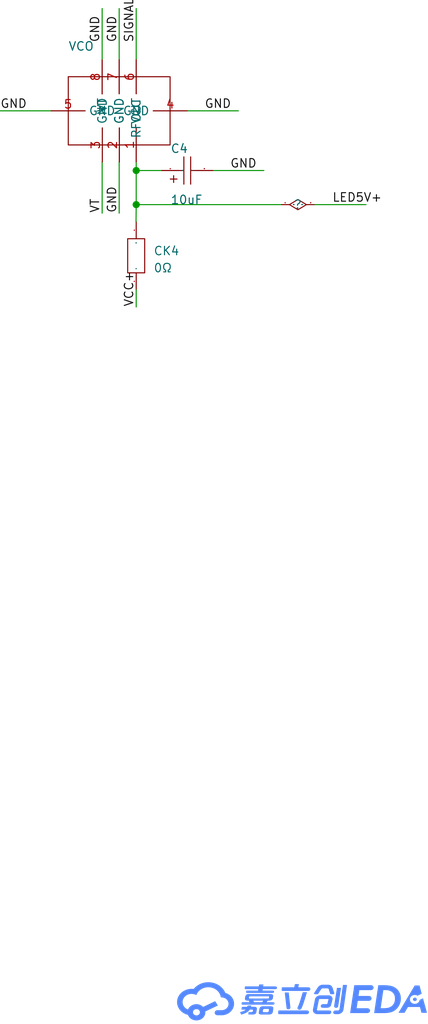
<source format=kicad_sch>
(kicad_sch
	(version 20231120)
	(generator "eeschema")
	(generator_version "8.0")
	(uuid "c697af68-cf8c-4bee-8567-2ae8ef08f199")
	(paper "User" 63.8556 152.552)
	(lib_symbols
		(symbol "Signal-blo-easyedapro:0Ω"
			(exclude_from_sim no)
			(in_bom yes)
			(on_board yes)
			(property "Reference" "U"
				(at 0 0 0)
				(effects
					(font
						(size 1.27 1.27)
					)
				)
			)
			(property "Value" ""
				(at 0 0 0)
				(effects
					(font
						(size 1.27 1.27)
					)
				)
			)
			(property "Footprint" "Signal-blo-easyedapro:R0603"
				(at 0 0 0)
				(effects
					(font
						(size 1.27 1.27)
					)
					(hide yes)
				)
			)
			(property "Datasheet" ""
				(at 0 0 0)
				(effects
					(font
						(size 1.27 1.27)
					)
					(hide yes)
				)
			)
			(property "Description" ""
				(at 0 0 0)
				(effects
					(font
						(size 1.27 1.27)
					)
					(hide yes)
				)
			)
			(property "Manufacturer Part" "0Ω"
				(at 0 0 0)
				(effects
					(font
						(size 1.27 1.27)
					)
					(hide yes)
				)
			)
			(property "Supplier Part" "C9900083234"
				(at 0 0 0)
				(effects
					(font
						(size 1.27 1.27)
					)
					(hide yes)
				)
			)
			(property "Supplier" "LCSC"
				(at 0 0 0)
				(effects
					(font
						(size 1.27 1.27)
					)
					(hide yes)
				)
			)
			(property "LCSC Part Name" "0Ω"
				(at 0 0 0)
				(effects
					(font
						(size 1.27 1.27)
					)
					(hide yes)
				)
			)
			(symbol "0Ω_1_0"
				(rectangle
					(start -2.54 -1.27)
					(end 2.54 1.27)
					(stroke
						(width 0)
						(type default)
					)
					(fill
						(type none)
					)
				)
				(pin unspecified line
					(at -5.08 0 0)
					(length 2.54)
					(name "1"
						(effects
							(font
								(size 0.0254 0.0254)
							)
						)
					)
					(number "1"
						(effects
							(font
								(size 0.0254 0.0254)
							)
						)
					)
				)
				(pin unspecified line
					(at 5.08 0 180)
					(length 2.54)
					(name "2"
						(effects
							(font
								(size 0.0254 0.0254)
							)
						)
					)
					(number "2"
						(effects
							(font
								(size 0.0254 0.0254)
							)
						)
					)
				)
			)
		)
		(symbol "Signal-blo-easyedapro:Drawing-Symbol_A4"
			(exclude_from_sim no)
			(in_bom yes)
			(on_board yes)
			(property "Reference" ""
				(at 0 0 0)
				(effects
					(font
						(size 1.27 1.27)
					)
				)
			)
			(property "Value" ""
				(at 0 0 0)
				(effects
					(font
						(size 1.27 1.27)
					)
				)
			)
			(property "Footprint" "Signal-blo-easyedapro:"
				(at 0 0 0)
				(effects
					(font
						(size 1.27 1.27)
					)
					(hide yes)
				)
			)
			(property "Datasheet" ""
				(at 0 0 0)
				(effects
					(font
						(size 1.27 1.27)
					)
					(hide yes)
				)
			)
			(property "Description" ""
				(at 0 0 0)
				(effects
					(font
						(size 1.27 1.27)
					)
					(hide yes)
				)
			)
			(symbol "Drawing-Symbol_A4_0_0"
				(polyline
					(pts
						(xy 146.9783 10.146) (xy 146.976 10.1327) (xy 146.973 10.1197) (xy 146.9695 10.1069) (xy 146.9653 10.0944)
						(xy 146.9605 10.082) (xy 146.9552 10.07) (xy 146.9493 10.0583) (xy 146.9428 10.0468) (xy 146.9358 10.0356)
						(xy 146.9283 10.0248) (xy 146.9203 10.0143) (xy 146.9118 10.0042) (xy 146.9029 9.9944) (xy 146.8935 9.985)
						(xy 146.8836 9.976) (xy 146.8733 9.9673) (xy 146.8627 9.9591) (xy 146.8516 9.9514) (xy 146.8402 9.9441)
						(xy 146.8284 9.9372) (xy 146.8163 9.9308) (xy 146.8038 9.9249) (xy 146.7911 9.9195) (xy 146.778 9.9146)
						(xy 146.7647 9.9102) (xy 146.7511 9.9064) (xy 146.7373 9.9031) (xy 146.7233 9.9004) (xy 146.709 9.8983)
						(xy 146.6945 9.8967) (xy 146.6799 9.8958) (xy 146.6651 9.8955) (xy 146.6547 9.8955) (xy 146.6398 9.8959)
						(xy 146.625 9.897) (xy 146.6102 9.899) (xy 146.5956 9.9016) (xy 146.5811 9.905) (xy 146.5668 9.9091)
						(xy 146.5528 9.9138) (xy 146.5391 9.9192) (xy 146.5256 9.9252) (xy 146.5125 9.9318) (xy 146.4999 9.939)
						(xy 146.4876 9.9467) (xy 146.4758 9.955) (xy 146.4646 9.9638) (xy 146.4539 9.973) (xy 146.4438 9.9828)
						(xy 146.434 9.9933) (xy 146.4249 10.0043) (xy 146.4166 10.0158) (xy 146.4089 10.0275) (xy 146.402 10.0397)
						(xy 146.3958 10.0521) (xy 146.3904 10.0648) (xy 146.3856 10.0777) (xy 146.3816 10.0907) (xy 146.3782 10.1039)
						(xy 146.3756 10.1173) (xy 146.3736 10.1306) (xy 146.3724 10.144) (xy 146.3718 10.1574) (xy 146.372 10.1707)
						(xy 146.3728 10.1839) (xy 146.7925 12.8714) (xy 147.4021 12.8714) (xy 146.9783 10.146)
					)
					(stroke
						(width -0.0001)
						(type solid)
					)
					(fill
						(type color)
						(color 85 136 255 1)
					)
				)
				(polyline
					(pts
						(xy 142.3185 12.2147) (xy 142.3164 12.209) (xy 142.2175 11.9012) (xy 142.1192 11.5812) (xy 141.9194 10.9313)
						(xy 141.8159 10.6145) (xy 141.7083 10.3119) (xy 141.5958 10.0302) (xy 141.5373 9.8992) (xy 141.4771 9.7759)
						(xy 141.4663 9.7575) (xy 141.4542 9.7399) (xy 141.4409 9.7233) (xy 141.4266 9.7077) (xy 141.4112 9.693)
						(xy 141.3948 9.6794) (xy 141.3775 9.667) (xy 141.3594 9.6556) (xy 141.3405 9.6454) (xy 141.321 9.6365)
						(xy 141.3008 9.6288) (xy 141.2801 9.6224) (xy 141.2589 9.6174) (xy 141.2373 9.6137) (xy 141.2154 9.6115)
						(xy 141.1932 9.6108) (xy 141.1838 9.6109) (xy 141.1744 9.6115) (xy 141.165 9.6123) (xy 141.1556 9.6134)
						(xy 141.1462 9.6148) (xy 141.1368 9.6164) (xy 141.1274 9.6182) (xy 141.118 9.6203) (xy 141.0867 9.6279)
						(xy 141.0732 9.6328) (xy 141.0602 9.6382) (xy 141.0476 9.6442) (xy 141.0355 9.6508) (xy 141.0239 9.6578)
						(xy 141.0127 9.6653) (xy 141.0021 9.6733) (xy 140.992 9.6817) (xy 140.9823 9.6905) (xy 140.9732 9.6998)
						(xy 140.9647 9.7094) (xy 140.9566 9.7194) (xy 140.9492 9.7297) (xy 140.9422 9.7404) (xy 140.9359 9.7514)
						(xy 140.9301 9.7626) (xy 140.9242 9.7755) (xy 140.9192 9.7886) (xy 140.9148 9.8019) (xy 140.9113 9.8153)
						(xy 140.9086 9.8289) (xy 140.9066 9.8425) (xy 140.9055 9.8561) (xy 140.9051 9.8698) (xy 140.9055 9.8835)
						(xy 140.9066 9.8972) (xy 140.9086 9.9108) (xy 140.9113 9.9243) (xy 140.9148 9.9378) (xy 140.9192 9.951)
						(xy 140.9242 9.9642) (xy 140.9301 9.9771) (xy 140.9842 10.088) (xy 141.0368 10.2068) (xy 141.1382 10.4644)
						(xy 141.2355 10.7434) (xy 141.3297 11.0373) (xy 141.5129 11.6433) (xy 141.604 11.9423) (xy 141.6963 12.2299)
						(xy 142.3226 12.2299) (xy 142.3185 12.2147)
					)
					(stroke
						(width -0.0001)
						(type solid)
					)
					(fill
						(type color)
						(color 85 136 255 1)
					)
				)
				(polyline
					(pts
						(xy 139.8445 9.9733) (xy 139.8455 9.9609) (xy 139.8459 9.9485) (xy 139.8456 9.9362) (xy 139.8447 9.9241)
						(xy 139.8432 9.912) (xy 139.841 9.9001) (xy 139.8383 9.8883) (xy 139.835 9.8766) (xy 139.8311 9.8652)
						(xy 139.8266 9.8539) (xy 139.8216 9.8428) (xy 139.816 9.8319) (xy 139.8099 9.8213) (xy 139.8033 9.8109)
						(xy 139.7962 9.8007) (xy 139.7886 9.7908) (xy 139.7806 9.7812) (xy 139.7721 9.7719) (xy 139.7631 9.763)
						(xy 139.7536 9.7543) (xy 139.7438 9.746) (xy 139.7335 9.738) (xy 139.7229 9.7304) (xy 139.7118 9.7232)
						(xy 139.7004 9.7164) (xy 139.6885 9.71) (xy 139.6764 9.704) (xy 139.6639 9.6985) (xy 139.651 9.6934)
						(xy 139.6379 9.6888) (xy 139.6244 9.6846) (xy 139.6107 9.681) (xy 139.6044 9.6791) (xy 139.5966 9.6778)
						(xy 139.5888 9.6766) (xy 139.5809 9.6756) (xy 139.5731 9.6748) (xy 139.5653 9.6742) (xy 139.5574 9.6738)
						(xy 139.5496 9.6735) (xy 139.5418 9.6734) (xy 139.5287 9.6736) (xy 139.5159 9.6744) (xy 139.5032 9.6756)
						(xy 139.4907 9.6772) (xy 139.4784 9.6794) (xy 139.4664 9.6819) (xy 139.4546 9.6849) (xy 139.443 9.6884)
						(xy 139.4316 9.6922) (xy 139.4206 9.6965) (xy 139.4098 9.7012) (xy 139.3993 9.7063) (xy 139.3891 9.7118)
						(xy 139.3792 9.7177) (xy 139.3696 9.724) (xy 139.3604 9.7306) (xy 139.3515 9.7376) (xy 139.343 9.7449)
						(xy 139.3349 9.7526) (xy 139.3271 9.7606) (xy 139.3197 9.769) (xy 139.3128 9.7776) (xy 139.3063 9.7866)
						(xy 139.3002 9.7959) (xy 139.2945 9.8055) (xy 139.2893 9.8154) (xy 139.2846 9.8255) (xy 139.2803 9.836)
						(xy 139.2765 9.8467) (xy 139.2733 9.8576) (xy 139.2705 9.8688) (xy 139.2683 9.8803) (xy 139.2683 9.8898)
						(xy 139.0011 12.1844) (xy 139.0011 12.1863) (xy 139.5919 12.1863) (xy 139.8445 9.9733)
					)
					(stroke
						(width -0.0001)
						(type solid)
					)
					(fill
						(type color)
						(color 85 136 255 1)
					)
				)
				(polyline
					(pts
						(xy 142.3562 9.5079) (xy 142.3709 9.5068) (xy 142.3853 9.505) (xy 142.3996 9.5024) (xy 142.4136 9.4992)
						(xy 142.4275 9.4953) (xy 142.4411 9.4907) (xy 142.4544 9.4855) (xy 142.4675 9.4797) (xy 142.4803 9.4733)
						(xy 142.4928 9.4662) (xy 142.5049 9.4586) (xy 142.5168 9.4505) (xy 142.5283 9.4418) (xy 142.5394 9.4326)
						(xy 142.5502 9.4229) (xy 142.5597 9.4123) (xy 142.5685 9.4014) (xy 142.5766 9.39) (xy 142.5841 9.3783)
						(xy 142.5909 9.3662) (xy 142.597 9.3538) (xy 142.6024 9.3412) (xy 142.6071 9.3282) (xy 142.611 9.315)
						(xy 142.6142 9.3016) (xy 142.6166 9.288) (xy 142.6183 9.2742) (xy 142.6192 9.2603) (xy 142.6193 9.2462)
						(xy 142.6185 9.2321) (xy 142.617 9.2179) (xy 142.6149 9.2046) (xy 142.6126 9.1915) (xy 142.6097 9.1787)
						(xy 142.6061 9.166) (xy 142.6019 9.1535) (xy 142.5971 9.1413) (xy 142.5917 9.1293) (xy 142.5858 9.1176)
						(xy 142.5793 9.1062) (xy 142.5722 9.0951) (xy 142.5647 9.0843) (xy 142.5567 9.0738) (xy 142.5482 9.0636)
						(xy 142.5392 9.0538) (xy 142.5298 9.0444) (xy 142.52 9.0353) (xy 142.5097 9.0267) (xy 142.4991 9.0184)
						(xy 142.4882 9.0106) (xy 142.4768 9.0032) (xy 142.4652 8.9963) (xy 142.4532 8.9899) (xy 142.4409 8.9839)
						(xy 142.4284 8.9784) (xy 142.4156 8.9735) (xy 142.4025 8.9691) (xy 142.3892 8.9652) (xy 142.3758 8.9618)
						(xy 142.3621 8.9591) (xy 142.3483 8.9569) (xy 142.3343 8.9554) (xy 142.3202 8.9544) (xy 142.3059 8.9541)
						(xy 138.1576 8.9541) (xy 138.1502 8.9543) (xy 138.143 8.9548) (xy 138.1358 8.9556) (xy 138.1288 8.9567)
						(xy 138.122 8.9582) (xy 138.1152 8.96) (xy 138.1087 8.962) (xy 138.1023 8.9643) (xy 138.0961 8.9669)
						(xy 138.09 8.9698) (xy 138.0842 8.9729) (xy 138.0785 8.9763) (xy 138.073 8.9799) (xy 138.0678 8.9837)
						(xy 138.0627 8.9878) (xy 138.0579 8.992) (xy 138.0533 8.9965) (xy 138.049 9.0012) (xy 138.0449 9.006)
						(xy 138.0411 9.011) (xy 138.0375 9.0162) (xy 138.0342 9.0215) (xy 138.0312 9.0269) (xy 138.0284 9.0326)
						(xy 138.026 9.0383) (xy 138.0238 9.0441) (xy 138.022 9.0501) (xy 138.0205 9.0562) (xy 138.0193 9.0623)
						(xy 138.0184 9.0686) (xy 138.0179 9.0749) (xy 138.0177 9.0812) (xy 138.0177 9.0831) (xy 138.0156 9.0831)
						(xy 138.0595 9.5083) (xy 142.3414 9.5083) (xy 142.3562 9.5079)
					)
					(stroke
						(width -0.0001)
						(type solid)
					)
					(fill
						(type color)
						(color 85 136 255 1)
					)
				)
				(polyline
					(pts
						(xy 159.4399 12.0041) (xy 158.8178 11.6928) (xy 158.7955 11.7067) (xy 158.7727 11.7197) (xy 158.7492 11.732)
						(xy 158.7252 11.7435) (xy 158.7007 11.7542) (xy 158.6757 11.764) (xy 158.6501 11.773) (xy 158.6241 11.7811)
						(xy 158.5977 11.7883) (xy 158.5708 11.7946) (xy 158.5436 11.7999) (xy 158.5159 11.8044) (xy 158.488 11.8078)
						(xy 158.4597 11.8103) (xy 158.4311 11.8119) (xy 158.4023 11.8124) (xy 158.3649 11.8115) (xy 158.3281 11.809)
						(xy 158.2917 11.8048) (xy 158.256 11.7989) (xy 158.2209 11.7916) (xy 158.1864 11.7826) (xy 158.1527 11.7723)
						(xy 158.1197 11.7604) (xy 158.0875 11.7472) (xy 158.0562 11.7326) (xy 158.0257 11.7167) (xy 157.9963 11.6995)
						(xy 157.9678 11.681) (xy 157.9403 11.6614) (xy 157.914 11.6407) (xy 157.8887 11.6188) (xy 157.8647 11.5958)
						(xy 157.8418 11.5719) (xy 157.8202 11.5469) (xy 157.8 11.521) (xy 157.781 11.4942) (xy 157.7635 11.4666)
						(xy 157.7475 11.4381) (xy 157.7329 11.4088) (xy 157.7199 11.3788) (xy 157.7085 11.3482) (xy 157.6987 11.3168)
						(xy 157.6905 11.2849) (xy 157.6842 11.2524) (xy 157.6795 11.2194) (xy 157.6767 11.1858) (xy 157.6758 11.1519)
						(xy 157.6767 11.1179) (xy 157.6795 11.0844) (xy 157.6842 11.0514) (xy 157.6905 11.0189) (xy 157.6987 10.987)
						(xy 157.7085 10.9556) (xy 157.7199 10.9249) (xy 157.7329 10.895) (xy 157.7475 10.8657) (xy 157.7635 10.8372)
						(xy 157.781 10.8096) (xy 157.8 10.7828) (xy 157.8202 10.7569) (xy 157.8418 10.7319) (xy 157.8647 10.7079)
						(xy 157.8887 10.685) (xy 157.914 10.6631) (xy 157.9403 10.6424) (xy 157.9678 10.6227) (xy 157.9963 10.6043)
						(xy 158.0257 10.5871) (xy 158.0562 10.5712) (xy 158.0875 10.5566) (xy 158.1197 10.5434) (xy 158.1527 10.5315)
						(xy 158.1864 10.5211) (xy 158.2209 10.5122) (xy 158.256 10.5048) (xy 158.2917 10.499) (xy 158.3281 10.4948)
						(xy 158.3649 10.4923) (xy 158.4023 10.4914) (xy 158.4371 10.4922) (xy 158.4715 10.4944) (xy 158.5055 10.4981)
						(xy 158.5389 10.5031) (xy 158.5718 10.5096) (xy 158.6042 10.5174) (xy 158.6359 10.5265) (xy 158.6669 10.5369)
						(xy 158.6973 10.5485) (xy 158.727 10.5613) (xy 158.7559 10.5753) (xy 158.7841 10.5904) (xy 158.8114 10.6066)
						(xy 158.8378 10.6239) (xy 158.8634 10.6422) (xy 158.888 10.6615) (xy 158.9116 10.6818) (xy 158.9342 10.703)
						(xy 158.9558 10.7251) (xy 158.9763 10.748) (xy 158.9957 10.7718) (xy 159.0139 10.7964) (xy 159.0309 10.8217)
						(xy 159.0467 10.8477) (xy 159.0613 10.8744) (xy 159.0745 10.9018) (xy 159.0864 10.9298) (xy 159.097 10.9584)
						(xy 159.1061 10.9875) (xy 159.1138 11.0172) (xy 159.12 11.0473) (xy 159.1247 11.0779) (xy 159.6257 11.3284)
						(xy 160.2249 9.1534) (xy 159.4065 9.1534) (xy 159.1685 10.0207) (xy 157.3877 10.0207) (xy 156.8783 9.1534)
						(xy 155.9701 9.1534) (xy 158.394 13.232) (xy 159.1038 13.232) (xy 159.4399 12.0041)
					)
					(stroke
						(width -0.0001)
						(type solid)
					)
					(fill
						(type color)
						(color 85 136 255 1)
					)
				)
				(polyline
					(pts
						(xy 158.4338 11.4201) (xy 158.4481 11.419) (xy 158.4622 11.4172) (xy 158.476 11.4148) (xy 158.4896 11.4118)
						(xy 158.5029 11.4082) (xy 158.516 11.4041) (xy 158.5287 11.3994) (xy 158.5412 11.3941) (xy 158.5532 11.3883)
						(xy 158.565 11.3821) (xy 158.5763 11.3753) (xy 158.5873 11.368) (xy 158.5979 11.3603) (xy 158.608 11.3522)
						(xy 158.6177 11.3436) (xy 158.6269 11.3346) (xy 158.6357 11.3252) (xy 158.6439 11.3155) (xy 158.6516 11.3053)
						(xy 158.6589 11.2949) (xy 158.6655 11.2841) (xy 158.6716 11.273) (xy 158.6771 11.2616) (xy 158.682 11.2499)
						(xy 158.6863 11.2379) (xy 158.69 11.2258) (xy 158.693 11.2133) (xy 158.6953 11.2007) (xy 158.6969 11.1878)
						(xy 158.6979 11.1748) (xy 158.6981 11.1616) (xy 158.6976 11.1485) (xy 158.6963 11.1355) (xy 158.6944 11.1227)
						(xy 158.6918 11.1101) (xy 158.6885 11.0977) (xy 158.6845 11.0856) (xy 158.68 11.0737) (xy 158.6748 11.0621)
						(xy 158.669 11.0508) (xy 158.6627 11.0398) (xy 158.6557 11.0292) (xy 158.6483 11.0189) (xy 158.6403 11.0089)
						(xy 158.6318 10.9993) (xy 158.6229 10.9901) (xy 158.6134 10.9813) (xy 158.6035 10.9729) (xy 158.5932 10.9649)
						(xy 158.5825 10.9574) (xy 158.5714 10.9504) (xy 158.5598 10.9438) (xy 158.548 10.9378) (xy 158.5358 10.9322)
						(xy 158.5232 10.9272) (xy 158.5104 10.9228) (xy 158.4972 10.9189) (xy 158.4838 10.9156) (xy 158.4701 10.9128)
						(xy 158.4562 10.9107) (xy 158.4421 10.9092) (xy 158.4278 10.9084) (xy 158.4133 10.9082) (xy 158.3988 10.9086)
						(xy 158.3845 10.9098) (xy 158.3704 10.9115) (xy 158.3565 10.9139) (xy 158.3429 10.9169) (xy 158.3296 10.9205)
						(xy 158.3166 10.9247) (xy 158.3038 10.9294) (xy 158.2914 10.9346) (xy 158.2793 10.9404) (xy 158.2676 10.9467)
						(xy 158.2562 10.9534) (xy 158.2453 10.9607) (xy 158.2347 10.9684) (xy 158.2246 10.9766) (xy 158.2149 10.9851)
						(xy 158.2057 10.9941) (xy 158.1969 11.0035) (xy 158.1887 11.0133) (xy 158.1809 11.0234) (xy 158.1737 11.0338)
						(xy 158.1671 11.0446) (xy 158.161 11.0557) (xy 158.1554 11.0672) (xy 158.1505 11.0788) (xy 158.1462 11.0908)
						(xy 158.1426 11.103) (xy 158.1396 11.1154) (xy 158.1373 11.128) (xy 158.1356 11.1409) (xy 158.1347 11.1539)
						(xy 158.1345 11.1671) (xy 158.135 11.1803) (xy 158.1362 11.1933) (xy 158.1382 11.2061) (xy 158.1408 11.2187)
						(xy 158.1441 11.231) (xy 158.148 11.2432) (xy 158.1526 11.255) (xy 158.1578 11.2666) (xy 158.1636 11.2779)
						(xy 158.1699 11.2889) (xy 158.1768 11.2995) (xy 158.1843 11.3099) (xy 158.1922 11.3198) (xy 158.2007 11.3294)
						(xy 158.2097 11.3386) (xy 158.2191 11.3474) (xy 158.229 11.3558) (xy 158.2393 11.3638) (xy 158.2501 11.3713)
						(xy 158.2612 11.3783) (xy 158.2727 11.3849) (xy 158.2846 11.3909) (xy 158.2968 11.3965) (xy 158.3093 11.4015)
						(xy 158.3222 11.4059) (xy 158.3353 11.4099) (xy 158.3488 11.4132) (xy 158.3624 11.4159) (xy 158.3763 11.418)
						(xy 158.3905 11.4195) (xy 158.4048 11.4204) (xy 158.4193 11.4206) (xy 158.4338 11.4201)
					)
					(stroke
						(width -0.0001)
						(type solid)
					)
					(fill
						(type color)
						(color 85 136 255 1)
					)
				)
				(polyline
					(pts
						(xy 147.7653 9.6354) (xy 147.7561 9.5831) (xy 147.7432 9.532) (xy 147.7269 9.4824) (xy 147.7072 9.4344)
						(xy 147.6842 9.388) (xy 147.6581 9.3433) (xy 147.6288 9.3005) (xy 147.5965 9.2597) (xy 147.5613 9.2208)
						(xy 147.5233 9.1842) (xy 147.4825 9.1497) (xy 147.4392 9.1177) (xy 147.3933 9.088) (xy 147.3449 9.0609)
						(xy 147.2942 9.0365) (xy 147.2413 9.0148) (xy 147.2236 9.0073) (xy 147.2058 9.0002) (xy 147.1878 8.9937)
						(xy 147.1696 8.9877) (xy 147.1512 8.9822) (xy 147.1326 8.9773) (xy 147.1139 8.9728) (xy 147.0949 8.9688)
						(xy 147.0757 8.9653) (xy 147.0563 8.9623) (xy 147.0366 8.9598) (xy 147.0167 8.9577) (xy 146.9966 8.9561)
						(xy 146.9761 8.955) (xy 146.9554 8.9543) (xy 146.9344 8.9541) (xy 146.519 8.9541) (xy 146.5041 8.9545)
						(xy 146.4893 8.9557) (xy 146.4745 8.9576) (xy 146.4599 8.9603) (xy 146.4454 8.9636) (xy 146.4311 8.9677)
						(xy 146.4171 8.9724) (xy 146.4034 8.9778) (xy 146.3899 8.9838) (xy 146.3768 8.9904) (xy 146.3642 8.9976)
						(xy 146.3519 9.0053) (xy 146.3401 9.0136) (xy 146.3289 9.0224) (xy 146.3182 9.0317) (xy 146.3081 9.0414)
						(xy 146.2986 9.0519) (xy 146.2898 9.0628) (xy 146.2817 9.0741) (xy 146.2742 9.0857) (xy 146.2674 9.0976)
						(xy 146.2613 9.1098) (xy 146.2559 9.1223) (xy 146.2512 9.1351) (xy 146.2473 9.1481) (xy 146.2441 9.1614)
						(xy 146.2416 9.1748) (xy 146.24 9.1885) (xy 146.2391 9.2023) (xy 146.239 9.2162) (xy 146.2397 9.2303)
						(xy 146.2413 9.2445) (xy 146.2434 9.254) (xy 146.2457 9.267) (xy 146.2486 9.2799) (xy 146.2523 9.2926)
						(xy 146.2565 9.305) (xy 146.2613 9.3173) (xy 146.2668 9.3292) (xy 146.2728 9.3409) (xy 146.2794 9.3524)
						(xy 146.2865 9.3635) (xy 146.2941 9.3743) (xy 146.3023 9.3848) (xy 146.3109 9.3949) (xy 146.32 9.4047)
						(xy 146.3295 9.4142) (xy 146.3395 9.4232) (xy 146.3499 9.4319) (xy 146.3606 9.4401) (xy 146.3717 9.448)
						(xy 146.3832 9.4553) (xy 146.3951 9.4622) (xy 146.4072 9.4687) (xy 146.4197 9.4747) (xy 146.4324 9.4801)
						(xy 146.4454 9.4851) (xy 146.4586 9.4895) (xy 146.4721 9.4934) (xy 146.4857 9.4967) (xy 146.4996 9.4995)
						(xy 146.5136 9.5016) (xy 146.5278 9.5032) (xy 146.5421 9.5042) (xy 146.5565 9.5045) (xy 146.972 9.5045)
						(xy 146.9813 9.5047) (xy 146.9903 9.5052) (xy 146.9991 9.5061) (xy 147.0077 9.5074) (xy 147.0162 9.509)
						(xy 147.0244 9.511) (xy 147.0325 9.5134) (xy 147.0404 9.5161) (xy 147.0481 9.5192) (xy 147.0557 9.5227)
						(xy 147.0632 9.5266) (xy 147.0706 9.5309) (xy 147.0779 9.5356) (xy 147.0851 9.5406) (xy 147.0923 9.5461)
						(xy 147.0993 9.5519) (xy 147.1066 9.5591) (xy 147.1135 9.5665) (xy 147.1201 9.574) (xy 147.1263 9.5816)
						(xy 147.1321 9.5894) (xy 147.1376 9.5972) (xy 147.1427 9.6052) (xy 147.1474 9.6131) (xy 147.1517 9.6212)
						(xy 147.1556 9.6292) (xy 147.1591 9.6373) (xy 147.1622 9.6453) (xy 147.1649 9.6534) (xy 147.1671 9.6614)
						(xy 147.1689 9.6693) (xy 147.1703 9.6772) (xy 147.686 13.3098) (xy 148.2893 13.3098) (xy 147.7653 9.6354)
					)
					(stroke
						(width -0.0001)
						(type solid)
					)
					(fill
						(type color)
						(color 85 136 255 1)
					)
				)
				(polyline
					(pts
						(xy 141.0303 12.9587) (xy 142.5439 12.9587) (xy 142.5599 12.9584) (xy 142.5756 12.9573) (xy 142.5911 12.9555)
						(xy 142.6063 12.9531) (xy 142.6212 12.9499) (xy 142.6358 12.946) (xy 142.6501 12.9414) (xy 142.664 12.9362)
						(xy 142.6775 12.9302) (xy 142.6906 12.9236) (xy 142.7032 12.9163) (xy 142.7154 12.9083) (xy 142.7271 12.8996)
						(xy 142.7382 12.8902) (xy 142.7489 12.8802) (xy 142.759 12.8695) (xy 142.7684 12.859) (xy 142.7772 12.8481)
						(xy 142.7852 12.8368) (xy 142.7926 12.8252) (xy 142.7992 12.8133) (xy 142.8051 12.801) (xy 142.8103 12.7884)
						(xy 142.8148 12.7756) (xy 142.8185 12.7625) (xy 142.8216 12.7491) (xy 142.8238 12.7355) (xy 142.8253 12.7217)
						(xy 142.8261 12.7076) (xy 142.826 12.6934) (xy 142.8252 12.6791) (xy 142.8237 12.6645) (xy 142.8237 12.6607)
						(xy 142.8214 12.6477) (xy 142.8185 12.6348) (xy 142.8149 12.6222) (xy 142.8107 12.6098) (xy 142.806 12.5977)
						(xy 142.8006 12.5858) (xy 142.7947 12.5742) (xy 142.7883 12.5629) (xy 142.7813 12.552) (xy 142.7738 12.5413)
						(xy 142.7657 12.531) (xy 142.7573 12.521) (xy 142.7483 12.5113) (xy 142.7389 12.5021) (xy 142.729 12.4932)
						(xy 142.7188 12.4847) (xy 142.7081 12.4766) (xy 142.697 12.469) (xy 142.6856 12.4618) (xy 142.6738 12.4551)
						(xy 142.6617 12.4488) (xy 142.6493 12.443) (xy 142.6365 12.4376) (xy 142.6235 12.4328) (xy 142.6101 12.4285)
						(xy 142.5965 12.4248) (xy 142.5827 12.4215) (xy 142.5687 12.4189) (xy 142.5544 12.4168) (xy 142.54 12.4152)
						(xy 142.5253 12.4143) (xy 142.5105 12.414) (xy 138.6733 12.414) (xy 138.6733 12.4159) (xy 138.6661 12.4163)
						(xy 138.659 12.4169) (xy 138.652 12.4179) (xy 138.6452 12.4191) (xy 138.6385 12.4207) (xy 138.6319 12.4225)
						(xy 138.6254 12.4246) (xy 138.6192 12.427) (xy 138.613 12.4296) (xy 138.6071 12.4325) (xy 138.6013 12.4356)
						(xy 138.5957 12.439) (xy 138.5903 12.4426) (xy 138.5852 12.4464) (xy 138.5802 12.4504) (xy 138.5754 12.4546)
						(xy 138.5709 12.459) (xy 138.5666 12.4636) (xy 138.5625 12.4684) (xy 138.5587 12.4733) (xy 138.5552 12.4784)
						(xy 138.5519 12.4837) (xy 138.5489 12.4891) (xy 138.5462 12.4946) (xy 138.5437 12.5003) (xy 138.5416 12.5061)
						(xy 138.5398 12.512) (xy 138.5382 12.5181) (xy 138.5371 12.5242) (xy 138.5362 12.5304) (xy 138.5357 12.5367)
						(xy 138.5355 12.5431) (xy 138.5355 12.5499) (xy 138.5356 12.5531) (xy 138.5358 12.5561) (xy 138.536 12.5591)
						(xy 138.5362 12.5606) (xy 138.5364 12.562) (xy 138.5366 12.5635) (xy 138.5369 12.5649) (xy 138.5372 12.5663)
						(xy 138.5376 12.5677) (xy 138.5772 12.9568) (xy 140.4228 12.9587) (xy 140.4917 13.325) (xy 140.4926 13.331)
						(xy 140.4938 13.3369) (xy 140.4953 13.3427) (xy 140.4971 13.3484) (xy 140.4991 13.3539) (xy 140.5014 13.3593)
						(xy 140.5039 13.3646) (xy 140.5067 13.3697) (xy 140.5097 13.3747) (xy 140.513 13.3796) (xy 140.5165 13.3843)
						(xy 140.5201 13.3888) (xy 140.524 13.3932) (xy 140.5281 13.3974) (xy 140.5324 13.4014) (xy 140.5368 13.4052)
						(xy 140.5415 13.4089) (xy 140.5463 13.4123) (xy 140.5513 13.4155) (xy 140.5564 13.4186) (xy 140.5617 13.4214)
						(xy 140.5671 13.424) (xy 140.5726 13.4264) (xy 140.5783 13.4286) (xy 140.5841 13.4305) (xy 140.59 13.4322)
						(xy 140.596 13.4336) (xy 140.6021 13.4348) (xy 140.6083 13.4358) (xy 140.6146 13.4365) (xy 140.621 13.4369)
						(xy 140.6274 13.437) (xy 141.1097 13.437) (xy 141.0303 12.9587)
					)
					(stroke
						(width -0.0001)
						(type solid)
					)
					(fill
						(type color)
						(color 85 136 255 1)
					)
				)
				(polyline
					(pts
						(xy 133.9675 10.0549) (xy 134.4623 10.0549) (xy 134.4906 10.0545) (xy 134.5177 10.0533) (xy 134.5438 10.0514)
						(xy 134.5687 10.0486) (xy 134.5926 10.0451) (xy 134.6154 10.0408) (xy 134.6372 10.0357) (xy 134.6578 10.0297)
						(xy 134.6774 10.023) (xy 134.6959 10.0155) (xy 134.7134 10.0072) (xy 134.7298 9.998) (xy 134.7451 9.9881)
						(xy 134.7593 9.9773) (xy 134.7725 9.9657) (xy 134.7846 9.9533) (xy 134.7957 9.9401) (xy 134.8057 9.9261)
						(xy 134.8147 9.9112) (xy 134.8226 9.8955) (xy 134.8294 9.8789) (xy 134.8352 9.8616) (xy 134.84 9.8433)
						(xy 134.8437 9.8243) (xy 134.8464 9.8044) (xy 134.848 9.7836) (xy 134.8486 9.762) (xy 134.8482 9.7396)
						(xy 134.8467 9.7162) (xy 134.8442 9.6921) (xy 134.8406 9.667) (xy 134.836 9.6411) (xy 134.7692 9.2881)
						(xy 134.7663 9.2625) (xy 134.7626 9.2379) (xy 134.758 9.2143) (xy 134.7527 9.1918) (xy 134.7465 9.1702)
						(xy 134.7394 9.1496) (xy 134.7315 9.1299) (xy 134.7228 9.1112) (xy 134.7131 9.0934) (xy 134.7026 9.0765)
						(xy 134.6912 9.0605) (xy 134.6788 9.0454) (xy 134.6655 9.0311) (xy 134.6513 9.0177) (xy 134.6361 9.0051)
						(xy 134.62 8.9932) (xy 134.6028 8.9822) (xy 134.5847 8.9719) (xy 134.5656 8.9624) (xy 134.5455 8.9536)
						(xy 134.5243 8.9455) (xy 134.5021 8.9381) (xy 134.4788 8.9314) (xy 134.4545 8.9254) (xy 134.4291 8.92)
						(xy 134.4026 8.9153) (xy 134.3463 8.9076) (xy 134.2856 8.9022) (xy 134.2202 8.899) (xy 133.5938 8.899)
						(xy 133.5938 9.2634) (xy 133.9822 9.2634) (xy 134.0112 9.264) (xy 134.0381 9.2657) (xy 134.063 9.2685)
						(xy 134.086 9.2723) (xy 134.107 9.2771) (xy 134.1262 9.2829) (xy 134.1438 9.2896) (xy 134.1596 9.2971)
						(xy 134.1739 9.3056) (xy 134.1867 9.3148) (xy 134.1981 9.3248) (xy 134.2082 9.3355) (xy 134.2171 9.3469)
						(xy 134.2247 9.359) (xy 134.2313 9.3717) (xy 134.2369 9.3849) (xy 134.264 9.495) (xy 134.2663 9.5039)
						(xy 134.268 9.5126) (xy 134.2692 9.521) (xy 134.2698 9.5291) (xy 134.2698 9.5369) (xy 134.2694 9.5444)
						(xy 134.2683 9.5517) (xy 134.2667 9.5587) (xy 134.2646 9.5654) (xy 134.2619 9.5718) (xy 134.2587 9.5779)
						(xy 134.2549 9.5838) (xy 134.2506 9.5893) (xy 134.2457 9.5946) (xy 134.2402 9.5996) (xy 134.2343 9.6044)
						(xy 134.2277 9.6088) (xy 134.2206 9.613) (xy 134.213 9.6168) (xy 134.2048 9.6204) (xy 134.1961 9.6237)
						(xy 134.1868 9.6267) (xy 134.1769 9.6295) (xy 134.1665 9.6319) (xy 134.1556 9.6341) (xy 134.1441 9.6359)
						(xy 134.1321 9.6375) (xy 134.1195 9.6388) (xy 134.1063 9.6398) (xy 134.0926 9.6406) (xy 134.0784 9.641)
						(xy 134.0636 9.6411) (xy 133.7964 9.6411) (xy 133.747 9.5746) (xy 133.6944 9.5116) (xy 133.6383 9.4519)
						(xy 133.5785 9.3953) (xy 133.5148 9.3416) (xy 133.4471 9.2906) (xy 133.375 9.2422) (xy 133.2984 9.1961)
						(xy 133.2172 9.1521) (xy 133.131 9.11) (xy 133.0398 9.0698) (xy 132.9432 9.031) (xy 132.8411 8.9936)
						(xy 132.7334 8.9574) (xy 132.6197 8.9221) (xy 132.4999 8.8877) (xy 132.3391 9.2521) (xy 132.4883 9.2951)
						(xy 132.6174 9.3348) (xy 132.6756 9.3541) (xy 132.7302 9.3734) (xy 132.7817 9.393) (xy 132.8305 9.4131)
						(xy 132.8772 9.4342) (xy 132.9221 9.4564) (xy 132.9658 9.48) (xy 133.0088 9.5053) (xy 133.0515 9.5327)
						(xy 133.0943 9.5624) (xy 133.1379 9.5946) (xy 133.1826 9.6297) (xy 132.5416 9.6297) (xy 132.6084 10.0435)
						(xy 133.3976 10.0435) (xy 133.3977 10.0461) (xy 133.3982 10.0495) (xy 133.3989 10.0537) (xy 133.4 10.0587)
						(xy 133.403 10.0709) (xy 133.4073 10.0857) (xy 133.4099 10.094) (xy 133.4128 10.1028) (xy 133.416 10.1122)
						(xy 133.4196 10.122) (xy 133.4235 10.1322) (xy 133.4278 10.1428) (xy 133.4323 10.1537) (xy 133.4373 10.165)
						(xy 133.4386 10.1696) (xy 133.4401 10.1741) (xy 133.4419 10.1785) (xy 133.4438 10.1828) (xy 133.446 10.187)
						(xy 133.4484 10.1912) (xy 133.451 10.1952) (xy 133.4538 10.1991) (xy 133.4568 10.2029) (xy 133.46 10.2066)
						(xy 133.4633 10.2102) (xy 133.4668 10.2137) (xy 133.4704 10.217) (xy 133.4742 10.2202) (xy 133.4781 10.2233)
						(xy 133.4822 10.2262) (xy 133.4863 10.2289) (xy 133.4906 10.2316) (xy 133.495 10.234) (xy 133.4995 10.2364)
						(xy 133.5041 10.2385) (xy 133.5087 10.2405) (xy 133.5135 10.2423) (xy 133.5183 10.244) (xy 133.5232 10.2454)
						(xy 133.5281 10.2467) (xy 133.5331 10.2478) (xy 133.5381 10.2487) (xy 133.5431 10.2494) (xy 133.5482 10.25)
						(xy 133.5533 10.2503) (xy 133.5584 10.2504) (xy 134.026 10.2504) (xy 133.9675 10.0549)
					)
					(stroke
						(width -0.0001)
						(type solid)
					)
					(fill
						(type color)
						(color 85 136 255 1)
					)
				)
				(polyline
					(pts
						(xy 153.8138 13.2729) (xy 153.9352 13.2704) (xy 154.0526 13.2662) (xy 154.1658 13.2602) (xy 154.275 13.2526)
						(xy 154.38 13.2433) (xy 154.481 13.2322) (xy 154.5778 13.2195) (xy 154.6706 13.205) (xy 154.7593 13.1888)
						(xy 154.844 13.1709) (xy 154.9245 13.1513) (xy 155.001 13.1299) (xy 155.0734 13.1069) (xy 155.1417 13.0821)
						(xy 155.206 13.0555) (xy 155.2675 13.0271) (xy 155.3276 12.9968) (xy 155.3863 12.9645) (xy 155.4435 12.9303)
						(xy 155.4993 12.894) (xy 155.5537 12.8559) (xy 155.6066 12.8158) (xy 155.658 12.7737) (xy 155.7079 12.7296)
						(xy 155.7564 12.6836) (xy 155.8034 12.6357) (xy 155.8489 12.5858) (xy 155.893 12.5339) (xy 155.9355 12.4801)
						(xy 155.9765 12.4243) (xy 156.016 12.3666) (xy 156.0536 12.3073) (xy 156.0887 12.2469) (xy 156.1215 12.1854)
						(xy 156.1518 12.1228) (xy 156.1798 12.059) (xy 156.2053 11.9941) (xy 156.2284 11.9281) (xy 156.2491 11.861)
						(xy 156.2673 11.7927) (xy 156.2832 11.7233) (xy 156.2966 11.6528) (xy 156.3076 11.5811) (xy 156.3161 11.5083)
						(xy 156.3222 11.4343) (xy 156.3259 11.3591) (xy 156.3271 11.2828) (xy 156.3258 11.2049) (xy 156.322 11.1277)
						(xy 156.3156 11.0512) (xy 156.3066 10.9754) (xy 156.2951 10.9004) (xy 156.281 10.826) (xy 156.2642 10.7524)
						(xy 156.2449 10.6795) (xy 156.2229 10.6074) (xy 156.1983 10.536) (xy 156.1711 10.4653) (xy 156.1413 10.3954)
						(xy 156.1087 10.3262) (xy 156.0735 10.2578) (xy 156.0357 10.1901) (xy 155.9952 10.1232) (xy 155.9533 10.0585)
						(xy 155.9101 9.996) (xy 155.8655 9.9357) (xy 155.8195 9.8777) (xy 155.772 9.8218) (xy 155.7232 9.7682)
						(xy 155.673 9.7169) (xy 155.6214 9.6677) (xy 155.5685 9.6208) (xy 155.5142 9.5761) (xy 155.4585 9.5336)
						(xy 155.4015 9.4933) (xy 155.3432 9.4553) (xy 155.2835 9.4195) (xy 155.2224 9.3859) (xy 155.1601 9.3545)
						(xy 155.0955 9.3252) (xy 155.0279 9.2978) (xy 154.9573 9.2722) (xy 154.8837 9.2485) (xy 154.807 9.2267)
						(xy 154.7272 9.2068) (xy 154.6444 9.1887) (xy 154.5585 9.1726) (xy 154.4696 9.1583) (xy 154.3776 9.1459)
						(xy 154.2826 9.1355) (xy 154.1845 9.1269) (xy 154.0833 9.1202) (xy 153.979 9.1154) (xy 153.8717 9.1126)
						(xy 153.7613 9.1116) (xy 152.3375 9.1116) (xy 152.4471 9.8404) (xy 153.3124 9.8404) (xy 153.5964 9.8404)
						(xy 153.7543 9.8421) (xy 153.9009 9.8471) (xy 153.9699 9.8508) (xy 154.0361 9.8552) (xy 154.0995 9.8605)
						(xy 154.16 9.8665) (xy 154.2177 9.8733) (xy 154.2726 9.8808) (xy 154.3246 9.8891) (xy 154.3738 9.8981)
						(xy 154.4201 9.9078) (xy 154.4636 9.9182) (xy 154.5043 9.9292) (xy 154.5421 9.941) (xy 154.5931 9.9592)
						(xy 154.6428 9.9791) (xy 154.6912 10.0005) (xy 154.7382 10.0236) (xy 154.784 10.0482) (xy 154.8284 10.0745)
						(xy 154.8716 10.1023) (xy 154.9134 10.1318) (xy 154.954 10.1628) (xy 154.9933 10.1955) (xy 155.0312 10.2297)
						(xy 155.0679 10.2656) (xy 155.1033 10.303) (xy 155.1374 10.3421) (xy 155.1703 10.3827) (xy 155.2018 10.425)
						(xy 155.2318 10.4683) (xy 155.2598 10.5129) (xy 155.286 10.5587) (xy 155.3101 10.6057) (xy 155.3324 10.654)
						(xy 155.3527 10.7035) (xy 155.371 10.7543) (xy 155.3874 10.8062) (xy 155.4017 10.8594) (xy 155.4141 10.9138)
						(xy 155.4245 10.9695) (xy 155.4329 11.0263) (xy 155.4392 11.0844) (xy 155.4435 11.1436) (xy 155.4458 11.2041)
						(xy 155.4461 11.2658) (xy 155.4454 11.3169) (xy 155.4433 11.3669) (xy 155.4399 11.416) (xy 155.4351 11.464)
						(xy 155.429 11.5109) (xy 155.4214 11.5569) (xy 155.4125 11.6017) (xy 155.4022 11.6456) (xy 155.3906 11.6884)
						(xy 155.3776 11.7302) (xy 155.3632 11.7709) (xy 155.3474 11.8105) (xy 155.3303 11.8491) (xy 155.3118 11.8866)
						(xy 155.2919 11.9231) (xy 155.2707 11.9585) (xy 155.2482 11.9929) (xy 155.2246 12.0262) (xy 155.1999 12.0586)
						(xy 155.1741 12.0899) (xy 155.1471 12.1202) (xy 155.119 12.1495) (xy 155.0899 12.1779) (xy 155.0596 12.2052)
						(xy 155.0282 12.2316) (xy 154.9957 12.257) (xy 154.9622 12.2815) (xy 154.9275 12.3049) (xy 154.8918 12.3275)
						(xy 154.8549 12.349) (xy 154.817 12.3697) (xy 154.778 12.3893) (xy 154.7373 12.4079) (xy 154.6949 12.4253)
						(xy 154.6509 12.4414) (xy 154.6053 12.4563) (xy 154.5581 12.47) (xy 154.5093 12.4824) (xy 154.4588 12.4937)
						(xy 154.4067 12.5037) (xy 154.3529 12.5125) (xy 154.2975 12.5202) (xy 154.2404 12.5266) (xy 154.1817 12.5319)
						(xy 154.1214 12.536) (xy 154.0594 12.5389) (xy 153.9957 12.5406) (xy 153.9304 12.5412) (xy 153.7154 12.5412)
						(xy 153.3124 9.8404) (xy 152.4471 9.8404) (xy 152.9638 13.2738) (xy 153.6882 13.2738) (xy 153.8138 13.2729)
					)
					(stroke
						(width -0.0001)
						(type solid)
					)
					(fill
						(type color)
						(color 85 136 255 1)
					)
				)
				(polyline
					(pts
						(xy 151.8718 13.2771) (xy 151.8924 13.2757) (xy 151.9126 13.2733) (xy 151.9326 13.2701) (xy 151.9521 13.2659)
						(xy 151.9714 13.261) (xy 151.9902 13.2551) (xy 152.0086 13.2485) (xy 152.0265 13.2411) (xy 152.044 13.2329)
						(xy 152.061 13.224) (xy 152.0774 13.2143) (xy 152.0934 13.204) (xy 152.1087 13.1929) (xy 152.1234 13.1812)
						(xy 152.1376 13.1689) (xy 152.151 13.156) (xy 152.1638 13.1425) (xy 152.1759 13.1284) (xy 152.1873 13.1137)
						(xy 152.1979 13.0986) (xy 152.2078 13.0829) (xy 152.2168 13.0668) (xy 152.225 13.0502) (xy 152.2324 13.0332)
						(xy 152.2389 13.0157) (xy 152.2445 12.9979) (xy 152.2492 12.9797) (xy 152.2529 12.9612) (xy 152.2557 12.9423)
						(xy 152.2574 12.9231) (xy 152.2581 12.9037) (xy 152.2576 12.8848) (xy 152.256 12.8661) (xy 152.2534 12.8477)
						(xy 152.2499 12.8296) (xy 152.2454 12.8118) (xy 152.2399 12.7943) (xy 152.2335 12.7772) (xy 152.2263 12.7605)
						(xy 152.2181 12.7442) (xy 152.2092 12.7283) (xy 152.1994 12.7129) (xy 152.1889 12.6979) (xy 152.1776 12.6835)
						(xy 152.1655 12.6696) (xy 152.1528 12.6562) (xy 152.1394 12.6434) (xy 152.1253 12.6312) (xy 152.1106 12.6197)
						(xy 152.0953 12.6087) (xy 152.0794 12.5984) (xy 152.063 12.5889) (xy 152.046 12.58) (xy 152.0286 12.5718)
						(xy 152.0106 12.5645) (xy 151.9922 12.5579) (xy 151.9734 12.5521) (xy 151.9542 12.5471) (xy 151.9346 12.543)
						(xy 151.9147 12.5397) (xy 151.8945 12.5374) (xy 151.8739 12.536) (xy 151.8531 12.5355) (xy 150.1412 12.5336)
						(xy 150.0096 11.67) (xy 151.6151 11.67) (xy 151.633 11.667) (xy 151.6505 11.6633) (xy 151.6678 11.6588)
						(xy 151.6848 11.6538) (xy 151.7014 11.648) (xy 151.7176 11.6416) (xy 151.7335 11.6346) (xy 151.749 11.627)
						(xy 151.764 11.6188) (xy 151.7787 11.61) (xy 151.7928 11.6007) (xy 151.8065 11.5909) (xy 151.8197 11.5805)
						(xy 151.8324 11.5696) (xy 151.8446 11.5583) (xy 151.8562 11.5464) (xy 151.8673 11.5341) (xy 151.8778 11.5214)
						(xy 151.8877 11.5083) (xy 151.8969 11.4948) (xy 151.9056 11.4809) (xy 151.9136 11.4666) (xy 151.9209 11.452)
						(xy 151.9275 11.437) (xy 151.9334 11.4218) (xy 151.9386 11.4062) (xy 151.943 11.3904) (xy 151.9467 11.3742)
						(xy 151.9495 11.3579) (xy 151.9516 11.3413) (xy 151.9529 11.3245) (xy 151.9533 11.3075) (xy 151.9528 11.2886)
						(xy 151.9512 11.2699) (xy 151.9486 11.2515) (xy 151.9451 11.2334) (xy 151.9405 11.2156) (xy 151.9351 11.1981)
						(xy 151.9287 11.181) (xy 151.9214 11.1643) (xy 151.9133 11.148) (xy 151.9044 11.1321) (xy 151.8946 11.1167)
						(xy 151.8841 11.1018) (xy 151.8728 11.0873) (xy 151.8607 11.0734) (xy 151.848 11.0601) (xy 151.8346 11.0473)
						(xy 151.8205 11.0351) (xy 151.8058 11.0235) (xy 151.7905 11.0126) (xy 151.7746 11.0023) (xy 151.7582 10.9927)
						(xy 151.7412 10.9838) (xy 151.7238 10.9757) (xy 151.7058 10.9683) (xy 151.6874 10.9617) (xy 151.6686 10.9559)
						(xy 151.6494 10.9509) (xy 151.6298 10.9468) (xy 151.6099 10.9436) (xy 151.5897 10.9412) (xy 151.5691 10.9398)
						(xy 151.5483 10.9393) (xy 149.899 10.9412) (xy 149.7299 9.8385) (xy 151.3312 9.8404) (xy 151.3516 9.84)
						(xy 151.3718 9.8386) (xy 151.3917 9.8363) (xy 151.4112 9.8331) (xy 151.4305 9.8291) (xy 151.4494 9.8242)
						(xy 151.4679 9.8185) (xy 151.486 9.8121) (xy 151.5036 9.8048) (xy 151.5208 9.7969) (xy 151.5375 9.7882)
						(xy 151.5537 9.7788) (xy 151.5693 9.7687) (xy 151.5844 9.758) (xy 151.5989 9.7466) (xy 151.6127 9.7346)
						(xy 151.626 9.722) (xy 151.6385 9.7089) (xy 151.6504 9.6952) (xy 151.6616 9.681) (xy 151.672 9.6663)
						(xy 151.6816 9.6511) (xy 151.6904 9.6355) (xy 151.6984 9.6194) (xy 151.7056 9.6029) (xy 151.7119 9.5861)
						(xy 151.7173 9.5688) (xy 151.7218 9.5513) (xy 151.7253 9.5333) (xy 151.7279 9.5151) (xy 151.7294 9.4967)
						(xy 151.7299 9.4779) (xy 151.7294 9.4595) (xy 151.7279 9.4414) (xy 151.7254 9.4235) (xy 151.722 9.4058)
						(xy 151.7176 9.3885) (xy 151.7123 9.3715) (xy 151.7061 9.3548) (xy 151.6991 9.3385) (xy 151.6913 9.3226)
						(xy 151.6826 9.3071) (xy 151.6732 9.2921) (xy 151.663 9.2775) (xy 151.6521 9.2634) (xy 151.6404 9.2497)
						(xy 151.6281 9.2366) (xy 151.6151 9.2241) (xy 151.6015 9.2121) (xy 151.5872 9.2007) (xy 151.5724 9.1899)
						(xy 151.557 9.1797) (xy 151.5411 9.1702) (xy 151.5247 9.1614) (xy 151.5077 9.1533) (xy 151.4904 9.1459)
						(xy 151.4725 9.1392) (xy 151.4543 9.1334) (xy 151.4356 9.1283) (xy 151.4166 9.124) (xy 151.3973 9.1205)
						(xy 151.3776 9.1179) (xy 151.3577 9.1162) (xy 151.3374 9.1154) (xy 148.7549 9.1154) (xy 149.3812 13.2776)
						(xy 151.851 13.2776) (xy 151.8718 13.2771)
					)
					(stroke
						(width -0.0001)
						(type solid)
					)
					(fill
						(type color)
						(color 85 136 255 1)
					)
				)
				(polyline
					(pts
						(xy 135.7734 13.0916) (xy 137.619 13.0916) (xy 137.6314 13.0913) (xy 137.6437 13.0903) (xy 137.6558 13.0887)
						(xy 137.6676 13.0866) (xy 137.6793 13.0839) (xy 137.6907 13.0805) (xy 137.7018 13.0767) (xy 137.7127 13.0723)
						(xy 137.7232 13.0674) (xy 137.7335 13.062) (xy 137.7434 13.0561) (xy 137.753 13.0497) (xy 137.7622 13.0429)
						(xy 137.7711 13.0357) (xy 137.7795 13.028) (xy 137.7876 13.0199) (xy 137.7952 13.0115) (xy 137.8023 13.0026)
						(xy 137.8091 12.9934) (xy 137.8153 12.9839) (xy 137.821 12.974) (xy 137.8262 12.9639) (xy 137.8309 12.9534)
						(xy 137.8351 12.9427) (xy 137.8386 12.9316) (xy 137.8416 12.9204) (xy 137.8441 12.9089) (xy 137.8458 12.8972)
						(xy 137.847 12.8853) (xy 137.8475 12.8733) (xy 137.8474 12.861) (xy 137.8465 12.8486) (xy 137.8451 12.8396)
						(xy 137.8433 12.8308) (xy 137.8409 12.8221) (xy 137.8381 12.8135) (xy 137.8349 12.8051) (xy 137.8313 12.7969)
						(xy 137.8272 12.7889) (xy 137.8227 12.7811) (xy 137.8179 12.7735) (xy 137.8126 12.7661) (xy 137.807 12.759)
						(xy 137.801 12.7521) (xy 137.7946 12.7454) (xy 137.7879 12.739) (xy 137.7808 12.7328) (xy 137.7735 12.7269)
						(xy 137.7658 12.7213) (xy 137.7578 12.716) (xy 137.7495 12.711) (xy 137.7409 12.7064) (xy 137.732 12.702)
						(xy 137.7229 12.698) (xy 137.7135 12.6943) (xy 137.7039 12.6909) (xy 137.694 12.6879) (xy 137.6839 12.6853)
						(xy 137.6735 12.6831) (xy 137.663 12.6812) (xy 137.6523 12.6797) (xy 137.6414 12.6787) (xy 137.6303 12.678)
						(xy 137.619 12.6778) (xy 135.7192 12.6778) (xy 135.6795 12.471) (xy 137.2181 12.471) (xy 137.2294 12.4707)
						(xy 137.2405 12.4698) (xy 137.2514 12.4685) (xy 137.262 12.4666) (xy 137.2724 12.4642) (xy 137.2826 12.4613)
						(xy 137.2925 12.4579) (xy 137.3021 12.4541) (xy 137.3114 12.4498) (xy 137.3204 12.4451) (xy 137.3291 12.44)
						(xy 137.3374 12.4345) (xy 137.3454 12.4286) (xy 137.3529 12.4224) (xy 137.3601 12.4158) (xy 137.3669 12.4088)
						(xy 137.3732 12.4015) (xy 137.3791 12.3939) (xy 137.3846 12.3861) (xy 137.3895 12.3779) (xy 137.394 12.3695)
						(xy 137.3979 12.3608) (xy 137.4014 12.352) (xy 137.4043 12.3428) (xy 137.4066 12.3335) (xy 137.4084 12.324)
						(xy 137.4095 12.3144) (xy 137.4101 12.3046) (xy 137.4101 12.2946) (xy 137.4094 12.2845) (xy 137.408 12.2744)
						(xy 137.406 12.2641) (xy 137.4047 12.2561) (xy 137.4029 12.2484) (xy 137.4007 12.2407) (xy 137.3982 12.2333)
						(xy 137.3953 12.226) (xy 137.3921 12.2189) (xy 137.3885 12.212) (xy 137.3846 12.2052) (xy 137.3804 12.1987)
						(xy 137.3758 12.1923) (xy 137.371 12.1862) (xy 137.3658 12.1803) (xy 137.3604 12.1746) (xy 137.3548 12.1692)
						(xy 137.3488 12.164) (xy 137.3426 12.159) (xy 137.3362 12.1543) (xy 137.3295 12.1498) (xy 137.3227 12.1456)
						(xy 137.3156 12.1417) (xy 137.3083 12.138) (xy 137.3008 12.1346) (xy 137.2932 12.1316) (xy 137.2854 12.1288)
						(xy 137.2774 12.1263) (xy 137.2693 12.1241) (xy 137.261 12.1223) (xy 137.2527 12.1207) (xy 137.2442 12.1195)
						(xy 137.2356 12.1186) (xy 137.2269 12.1181) (xy 137.2181 12.1179) (xy 133.3663 12.1179) (xy 133.3589 12.1181)
						(xy 133.3517 12.1186) (xy 133.3447 12.1195) (xy 133.3378 12.1207) (xy 133.3311 12.1222) (xy 133.3246 12.124)
						(xy 133.3183 12.1261) (xy 133.3121 12.1286) (xy 133.3062 12.1313) (xy 133.3005 12.1342) (xy 133.295 12.1375)
						(xy 133.2898 12.141) (xy 133.2848 12.1447) (xy 133.28 12.1487) (xy 133.2755 12.1529) (xy 133.2713 12.1573)
						(xy 133.2673 12.162) (xy 133.2636 12.1668) (xy 133.2602 12.1718) (xy 133.2571 12.1771) (xy 133.2543 12.1825)
						(xy 133.2517 12.188) (xy 133.2495 12.1937) (xy 133.2477 12.1996) (xy 133.2461 12.2056) (xy 133.2449 12.2118)
						(xy 133.2441 12.218) (xy 133.2435 12.2244) (xy 133.2434 12.2309) (xy 133.2436 12.2374) (xy 133.2442 12.2441)
						(xy 133.2452 12.2508) (xy 133.2849 12.4691) (xy 135.0239 12.4691) (xy 135.0636 12.6759) (xy 133.1512 12.6759)
						(xy 133.1438 12.6765) (xy 133.1365 12.6774) (xy 133.1293 12.6788) (xy 133.1222 12.6805) (xy 133.1152 12.6825)
						(xy 133.1084 12.6849) (xy 133.1017 12.6876) (xy 133.0952 12.6906) (xy 133.0888 12.6939) (xy 133.0826 12.6975)
						(xy 133.0767 12.7013) (xy 133.0709 12.7054) (xy 133.0654 12.7097) (xy 133.0601 12.7142) (xy 133.055 12.719)
						(xy 133.0503 12.7239) (xy 133.0457 12.7289) (xy 133.0415 12.7341) (xy 133.0376 12.7395) (xy 133.034 12.745)
						(xy 133.0307 12.7505) (xy 133.0278 12.7562) (xy 133.0252 12.7619) (xy 133.0229 12.7677) (xy 133.0211 12.7736)
						(xy 133.0196 12.7795) (xy 133.0186 12.7854) (xy 133.0179 12.7912) (xy 133.0177 12.7971) (xy 133.0179 12.803)
						(xy 133.0186 12.8088) (xy 133.0197 12.8145) (xy 133.074 13.0935) (xy 135.1325 13.0935) (xy 135.1596 13.2871)
						(xy 135.1609 13.2927) (xy 135.1625 13.2982) (xy 135.1642 13.3035) (xy 135.1662 13.3087) (xy 135.1684 13.3137)
						(xy 135.1708 13.3186) (xy 135.1734 13.3233) (xy 135.1762 13.3278) (xy 135.1792 13.3322) (xy 135.1823 13.3364)
						(xy 135.1857 13.3405) (xy 135.1891 13.3444) (xy 135.1928 13.3481) (xy 135.1966 13.3517) (xy 135.2005 13.355)
						(xy 135.2045 13.3582) (xy 135.2087 13.3613) (xy 135.213 13.3641) (xy 135.2174 13.3668) (xy 135.2219 13.3692)
						(xy 135.2264 13.3715) (xy 135.2311 13.3736) (xy 135.2359 13.3756) (xy 135.2407 13.3773) (xy 135.2455 13.3788)
						(xy 135.2505 13.3801) (xy 135.2554 13.3813) (xy 135.2605 13.3822) (xy 135.2655 13.3829) (xy 135.2706 13.3834)
						(xy 135.2756 13.3838) (xy 135.2807 13.3839) (xy 135.8277 13.3839) (xy 135.7734 13.0916)
					)
					(stroke
						(width -0.0001)
						(type solid)
					)
					(fill
						(type color)
						(color 85 136 255 1)
					)
				)
				(polyline
					(pts
						(xy 136.9497 10.1266) (xy 136.9747 10.1255) (xy 136.9988 10.1235) (xy 137.0219 10.1208) (xy 137.044 10.1173)
						(xy 137.0652 10.113) (xy 137.0855 10.1079) (xy 137.1049 10.1021) (xy 137.1233 10.0954) (xy 137.1408 10.088)
						(xy 137.1574 10.0798) (xy 137.173 10.0709) (xy 137.1878 10.0611) (xy 137.2016 10.0506) (xy 137.2145 10.0392)
						(xy 137.2265 10.0271) (xy 137.2376 10.0142) (xy 137.2478 10.0006) (xy 137.2571 9.9861) (xy 137.2655 9.9709)
						(xy 137.273 9.9548) (xy 137.2796 9.938) (xy 137.2853 9.9204) (xy 137.2902 9.902) (xy 137.2941 9.8828)
						(xy 137.2972 9.8629) (xy 137.2994 9.8421) (xy 137.3008 9.8206) (xy 137.3008 9.7751) (xy 137.2975 9.7265)
						(xy 137.2181 9.2881) (xy 137.2067 9.2398) (xy 137.1927 9.195) (xy 137.1759 9.1538) (xy 137.1665 9.1345)
						(xy 137.1564 9.116) (xy 137.1456 9.0984) (xy 137.134 9.0816) (xy 137.1217 9.0656) (xy 137.1086 9.0504)
						(xy 137.0948 9.036) (xy 137.0802 9.0224) (xy 137.0647 9.0096) (xy 137.0485 8.9975) (xy 137.0315 8.9862)
						(xy 137.0136 8.9756) (xy 136.9949 8.9657) (xy 136.9753 8.9566) (xy 136.9548 8.9482) (xy 136.9335 8.9404)
						(xy 136.8881 8.927) (xy 136.8391 8.9162) (xy 136.7863 8.9081) (xy 136.7297 8.9024) (xy 136.6691 8.899)
						(xy 135.5333 8.899) (xy 135.4732 8.9003) (xy 135.445 8.9019) (xy 135.418 8.9042) (xy 135.3923 8.9071)
						(xy 135.3677 8.9107) (xy 135.3444 8.915) (xy 135.3224 8.92) (xy 135.3015 8.9256) (xy 135.2818 8.932)
						(xy 135.2633 8.939) (xy 135.2461 8.9468) (xy 135.23 8.9553) (xy 135.2151 8.9645) (xy 135.2014 8.9745)
						(xy 135.1889 8.9852) (xy 135.1775 8.9966) (xy 135.1673 9.0088) (xy 135.1583 9.0218) (xy 135.1505 9.0356)
						(xy 135.1438 9.0501) (xy 135.1382 9.0654) (xy 135.1338 9.0815) (xy 135.1305 9.0984) (xy 135.1284 9.1161)
						(xy 135.1274 9.1347) (xy 135.1276 9.154) (xy 135.1288 9.1742) (xy 135.1312 9.1953) (xy 135.1347 9.2171)
						(xy 135.1393 9.2399) (xy 135.145 9.2634) (xy 135.1593 9.3488) (xy 135.7225 9.3488) (xy 135.7227 9.3415)
						(xy 135.7236 9.3345) (xy 135.725 9.3278) (xy 135.7269 9.3214) (xy 135.7295 9.3153) (xy 135.7326 9.3094)
						(xy 135.7363 9.3039) (xy 135.7406 9.2986) (xy 135.7454 9.2936) (xy 135.7507 9.2888) (xy 135.7566 9.2844)
						(xy 135.7631 9.2802) (xy 135.77 9.2764) (xy 135.7775 9.2728) (xy 135.7856 9.2695) (xy 135.7941 9.2665)
						(xy 135.8032 9.2637) (xy 135.8127 9.2613) (xy 135.8334 9.2573) (xy 135.856 9.2544) (xy 135.8806 9.2526)
						(xy 135.907 9.2521) (xy 136.429 9.2521) (xy 136.439 9.2522) (xy 136.4488 9.2528) (xy 136.4584 9.2537)
						(xy 136.4677 9.2549) (xy 136.4768 9.2565) (xy 136.4856 9.2584) (xy 136.4941 9.2607) (xy 136.5024 9.2633)
						(xy 136.5104 9.2662) (xy 136.5181 9.2695) (xy 136.5256 9.2731) (xy 136.5328 9.2771) (xy 136.5398 9.2814)
						(xy 136.5464 9.286) (xy 136.5528 9.2909) (xy 136.5589 9.2962) (xy 136.5648 9.3018) (xy 136.5703 9.3077)
						(xy 136.5756 9.3139) (xy 136.5805 9.3205) (xy 136.5852 9.3273) (xy 136.5896 9.3345) (xy 136.5937 9.342)
						(xy 136.5975 9.3497) (xy 136.601 9.3578) (xy 136.6042 9.3662) (xy 136.6071 9.3749) (xy 136.6097 9.3839)
						(xy 136.6139 9.4028) (xy 136.6169 9.4229) (xy 136.644 9.5937) (xy 136.6461 9.6026) (xy 136.6478 9.6113)
						(xy 136.6491 9.6196) (xy 136.6499 9.6277) (xy 136.6502 9.6355) (xy 136.6502 9.643) (xy 136.6497 9.6502)
						(xy 136.6489 9.6571) (xy 136.6476 9.6637) (xy 136.646 9.6701) (xy 136.6439 9.6762) (xy 136.6415 9.682)
						(xy 136.6387 9.6875) (xy 136.6355 9.6927) (xy 136.632 9.6977) (xy 136.6281 9.7023) (xy 136.6239 9.7067)
						(xy 136.6193 9.7109) (xy 136.6144 9.7147) (xy 136.6091 9.7183) (xy 136.6036 9.7216) (xy 136.5977 9.7246)
						(xy 136.5915 9.7273) (xy 136.585 9.7298) (xy 136.5782 9.732) (xy 136.5711 9.7339) (xy 136.5638 9.7356)
						(xy 136.5561 9.737) (xy 136.5482 9.7381) (xy 136.54 9.7389) (xy 136.5316 9.7395) (xy 136.5229 9.7398)
						(xy 135.9739 9.7398) (xy 135.9628 9.7397) (xy 135.952 9.7391) (xy 135.9414 9.7382) (xy 135.9311 9.737)
						(xy 135.9209 9.7354) (xy 135.9111 9.7335) (xy 135.9015 9.7312) (xy 135.8921 9.7286) (xy 135.8831 9.7257)
						(xy 135.8743 9.7224) (xy 135.8657 9.7188) (xy 135.8575 9.7148) (xy 135.8495 9.7105) (xy 135.8419 9.7059)
						(xy 135.8345 9.701) (xy 135.8275 9.6957) (xy 135.8207 9.6901) (xy 135.8143 9.6842) (xy 135.8082 9.678)
						(xy 135.8024 9.6714) (xy 135.797 9.6646) (xy 135.7919 9.6574) (xy 135.7871 9.6499) (xy 135.7827 9.6421)
						(xy 135.7787 9.6341) (xy 135.775 9.6257) (xy 135.7717 9.617) (xy 135.7688 9.608) (xy 135.7662 9.5987)
						(xy 135.7641 9.5891) (xy 135.7623 9.5792) (xy 135.7609 9.569) (xy 135.7338 9.3982) (xy 135.7304 9.3893)
						(xy 135.7276 9.3806) (xy 135.7254 9.3722) (xy 135.7238 9.3641) (xy 135.7229 9.3563) (xy 135.7225 9.3488)
						(xy 135.1593 9.3488) (xy 135.2244 9.7379) (xy 135.2334 9.7845) (xy 135.2391 9.8067) (xy 135.2456 9.8282)
						(xy 135.2529 9.849) (xy 135.261 9.869) (xy 135.2698 9.8883) (xy 135.2795 9.9068) (xy 135.2899 9.9246)
						(xy 135.3012 9.9417) (xy 135.3132 9.958) (xy 135.326 9.9736) (xy 135.3396 9.9885) (xy 135.354 10.0026)
						(xy 135.3692 10.0159) (xy 135.3851 10.0286) (xy 135.4018 10.0404) (xy 135.4194 10.0515) (xy 135.4377 10.0619)
						(xy 135.4567 10.0715) (xy 135.4766 10.0803) (xy 135.4972 10.0884) (xy 135.5187 10.0957) (xy 135.5408 10.1022)
						(xy 135.5638 10.108) (xy 135.5876 10.1131) (xy 135.6121 10.1173) (xy 135.6374 10.1208) (xy 135.6903 10.1255)
						(xy 135.7463 10.127) (xy 136.9238 10.127) (xy 136.9497 10.1266)
					)
					(stroke
						(width -0.0001)
						(type solid)
					)
					(fill
						(type color)
						(color 85 136 255 1)
					)
				)
				(polyline
					(pts
						(xy 145.4432 13.3436) (xy 145.4792 13.3423) (xy 145.5142 13.3402) (xy 145.5481 13.3373) (xy 145.581 13.3336)
						(xy 145.6128 13.329) (xy 145.6438 13.3236) (xy 145.6737 13.3174) (xy 145.7027 13.3105) (xy 145.7307 13.3027)
						(xy 145.7578 13.2941) (xy 145.784 13.2848) (xy 145.8094 13.2746) (xy 145.8338 13.2637) (xy 145.8574 13.2521)
						(xy 145.8801 13.2396) (xy 145.8906 13.232) (xy 145.9095 13.218) (xy 145.928 13.2029) (xy 145.9461 13.1867)
						(xy 145.9637 13.1695) (xy 145.9809 13.1514) (xy 145.9976 13.1322) (xy 146.0139 13.112) (xy 146.0296 13.0909)
						(xy 146.045 13.0688) (xy 146.0598 13.0457) (xy 146.0742 13.0218) (xy 146.0881 12.9969) (xy 146.1016 12.9711)
						(xy 146.1145 12.9444) (xy 146.127 12.9169) (xy 146.139 12.8885) (xy 146.1411 12.8847) (xy 146.3937 12.0876)
						(xy 146.3916 12.0876) (xy 146.3931 12.0833) (xy 146.3943 12.079) (xy 146.3954 12.0747) (xy 146.3963 12.0703)
						(xy 146.397 12.0658) (xy 146.3975 12.0612) (xy 146.3978 12.0564) (xy 146.3979 12.0515) (xy 146.3977 12.045)
						(xy 146.3971 12.0385) (xy 146.3963 12.0322) (xy 146.395 12.026) (xy 146.3935 12.0199) (xy 146.3916 12.0139)
						(xy 146.3894 12.008) (xy 146.3869 12.0023) (xy 146.3841 11.9968) (xy 146.381 11.9913) (xy 146.3777 11.9861)
						(xy 146.3741 11.981) (xy 146.3702 11.9761) (xy 146.3661 11.9714) (xy 146.3617 11.9669) (xy 146.3572 11.9625)
						(xy 146.3524 11.9584) (xy 146.3473 11.9545) (xy 146.3421 11.9508) (xy 146.3367 11.9474) (xy 146.3311 11.9441)
						(xy 146.3253 11.9412) (xy 146.3194 11.9384) (xy 146.3133 11.9359) (xy 146.3071 11.9337) (xy 146.3007 11.9318)
						(xy 146.2942 11.9301) (xy 146.2876 11.9288) (xy 146.2808 11.9277) (xy 146.274 11.9269) (xy 146.2671 11.9264)
						(xy 146.2601 11.9262) (xy 146.2577 11.9263) (xy 146.2554 11.9263) (xy 146.2542 11.9264) (xy 146.253 11.9264)
						(xy 146.2519 11.9266) (xy 146.2507 11.9267) (xy 146.2495 11.9269) (xy 146.2483 11.9272) (xy 146.2472 11.9275)
						(xy 146.246 11.9279) (xy 146.2448 11.9283) (xy 146.2436 11.9288) (xy 146.2425 11.9294) (xy 146.2413 11.93)
						(xy 146.2413 11.9281) (xy 145.8008 11.9281) (xy 145.5607 12.6873) (xy 145.5582 12.694) (xy 145.5554 12.7006)
						(xy 145.5524 12.7072) (xy 145.5491 12.7135) (xy 145.5455 12.7198) (xy 145.5417 12.7259) (xy 145.5377 12.7318)
						(xy 145.5335 12.7376) (xy 145.5291 12.7432) (xy 145.5246 12.7486) (xy 145.5198 12.7538) (xy 145.5149 12.7588)
						(xy 145.5098 12.7636) (xy 145.5046 12.7682) (xy 145.4993 12.7725) (xy 145.4939 12.7765) (xy 145.4897 12.7789)
						(xy 145.485 12.7812) (xy 145.4798 12.7834) (xy 145.4741 12.7854) (xy 145.4679 12.7873) (xy 145.4613 12.789)
						(xy 145.4542 12.7905) (xy 145.4466 12.7919) (xy 145.4387 12.7932) (xy 145.4304 12.7943) (xy 145.4216 12.7952)
						(xy 145.4126 12.796) (xy 145.4031 12.7966) (xy 145.3933 12.797) (xy 145.3728 12.7974) (xy 144.6922 12.7974)
						(xy 144.6806 12.7973) (xy 144.6692 12.797) (xy 144.6581 12.7964) (xy 144.6473 12.7956) (xy 144.6368 12.7946)
						(xy 144.6266 12.7934) (xy 144.6167 12.792) (xy 144.6071 12.7903) (xy 144.5979 12.7884) (xy 144.589 12.7863)
						(xy 144.5805 12.7839) (xy 144.5724 12.7814) (xy 144.5647 12.7786) (xy 144.5574 12.7756) (xy 144.5504 12.7724)
						(xy 144.544 12.7689) (xy 144.5358 12.7641) (xy 144.5277 12.759) (xy 144.5198 12.7535) (xy 144.512 12.7477)
						(xy 144.5043 12.7416) (xy 144.4967 12.7353) (xy 144.4893 12.7286) (xy 144.4821 12.7217) (xy 144.4751 12.7146)
						(xy 144.4682 12.7072) (xy 144.4615 12.6996) (xy 144.455 12.6918) (xy 144.4487 12.6838) (xy 144.4427 12.6756)
						(xy 144.4368 12.6673) (xy 144.4312 12.6589) (xy 144.4291 12.6551) (xy 144.3412 12.5227) (xy 144.2472 12.3794)
						(xy 144.0638 12.0952) (xy 144.0533 12.08) (xy 144.0004 12.0031) (xy 143.9744 11.9647) (xy 143.949 11.9262)
						(xy 143.5126 11.9262) (xy 143.5054 11.9264) (xy 143.4983 11.9269) (xy 143.4914 11.9277) (xy 143.4845 11.9288)
						(xy 143.4778 11.9302) (xy 143.4712 11.932) (xy 143.4648 11.9339) (xy 143.4585 11.9362) (xy 143.4524 11.9387)
						(xy 143.4464 11.9415) (xy 143.4407 11.9446) (xy 143.4351 11.9479) (xy 143.4297 11.9514) (xy 143.4245 11.9551)
						(xy 143.4195 11.9591) (xy 143.4148 11.9633) (xy 143.4102 11.9676) (xy 143.4059 11.9722) (xy 143.4019 11.9769)
						(xy 143.3981 11.9819) (xy 143.3945 11.9869) (xy 143.3912 11.9922) (xy 143.3882 11.9976) (xy 143.3855 12.0031)
						(xy 143.3831 12.0088) (xy 143.3809 12.0146) (xy 143.3791 12.0205) (xy 143.3776 12.0265) (xy 143.3764 12.0326)
						(xy 143.3755 12.0388) (xy 143.375 12.0451) (xy 143.3748 12.0515) (xy 143.3749 12.0554) (xy 143.3751 12.0593)
						(xy 143.3755 12.0631) (xy 143.376 12.0668) (xy 143.3766 12.0705) (xy 143.3774 12.0742) (xy 143.3783 12.0778)
						(xy 143.3793 12.0814) (xy 143.3804 12.0849) (xy 143.3817 12.0884) (xy 143.383 12.0919) (xy 143.3845 12.0953)
						(xy 143.3861 12.0986) (xy 143.3878 12.102) (xy 143.3896 12.1052) (xy 143.3915 12.1085) (xy 143.3895 12.1103)
						(xy 143.9197 12.9151) (xy 143.9364 12.9407) (xy 143.9537 12.9656) (xy 143.9715 12.9898) (xy 143.9898 13.0133)
						(xy 144.0086 13.036) (xy 144.028 13.058) (xy 144.0478 13.0793) (xy 144.0682 13.0999) (xy 144.0891 13.1197)
						(xy 144.1105 13.1388) (xy 144.1325 13.1572) (xy 144.1549 13.1748) (xy 144.1778 13.1916) (xy 144.2013 13.2077)
						(xy 144.2252 13.2231) (xy 144.2496 13.2377) (xy 144.2731 13.2505) (xy 144.2975 13.2624) (xy 144.3228 13.2736)
						(xy 144.3489 13.284) (xy 144.3759 13.2935) (xy 144.4037 13.3022) (xy 144.4323 13.3101) (xy 144.4618 13.3172)
						(xy 144.492 13.3235) (xy 144.5231 13.3289) (xy 144.5549 13.3335) (xy 144.5875 13.3373) (xy 144.6209 13.3402)
						(xy 144.6551 13.3423) (xy 144.69 13.3436) (xy 144.7256 13.344) (xy 145.4062 13.344) (xy 145.4432 13.3436)
					)
					(stroke
						(width -0.0001)
						(type solid)
					)
					(fill
						(type color)
						(color 85 136 255 1)
					)
				)
				(polyline
					(pts
						(xy 136.9125 11.9525) (xy 136.9398 11.9514) (xy 136.966 11.9496) (xy 136.9911 11.9471) (xy 137.0151 11.9439)
						(xy 137.0381 11.94) (xy 137.0599 11.9354) (xy 137.0807 11.93) (xy 137.1004 11.924) (xy 137.1191 11.9172)
						(xy 137.1367 11.9098) (xy 137.1532 11.9016) (xy 137.1687 11.8927) (xy 137.1832 11.8831) (xy 137.1966 11.8728)
						(xy 137.209 11.8617) (xy 137.2204 11.85) (xy 137.2307 11.8375) (xy 137.2401 11.8244) (xy 137.2485 11.8105)
						(xy 137.2558 11.7959) (xy 137.2622 11.7806) (xy 137.2675 11.7646) (xy 137.2719 11.7478) (xy 137.2753 11.7304)
						(xy 137.2778 11.7123) (xy 137.2793 11.6934) (xy 137.2798 11.6738) (xy 137.2794 11.6535) (xy 137.278 11.6325)
						(xy 137.2757 11.6108) (xy 137.2724 11.5884) (xy 137.2328 11.3569) (xy 137.2234 11.3103) (xy 137.2174 11.2881)
						(xy 137.2104 11.2666) (xy 137.2024 11.2458) (xy 137.1936 11.2258) (xy 137.1838 11.2065) (xy 137.1731 11.188)
						(xy 137.1614 11.1702) (xy 137.1488 11.1531) (xy 137.1354 11.1368) (xy 137.121 11.1212) (xy 137.1057 11.1063)
						(xy 137.0894 11.0922) (xy 137.0723 11.0789) (xy 137.0542 11.0662) (xy 137.0353 11.0544) (xy 137.0155 11.0433)
						(xy 136.9947 11.0329) (xy 136.973 11.0233) (xy 136.9505 11.0145) (xy 136.9271 11.0064) (xy 136.8775 10.9926)
						(xy 136.8244 10.9817) (xy 136.7678 10.974) (xy 136.7076 10.9693) (xy 136.644 10.9678) (xy 136.4436 10.9678)
						(xy 136.4406 10.9585) (xy 136.437 10.9492) (xy 136.4329 10.9399) (xy 136.4283 10.9304) (xy 136.4233 10.9208)
						(xy 136.4179 10.9111) (xy 136.406 10.8909) (xy 136.379 10.8472) (xy 136.3645 10.823) (xy 136.3496 10.797)
						(xy 136.3468 10.7924) (xy 136.3436 10.7878) (xy 136.3403 10.7832) (xy 136.3368 10.7787) (xy 136.3331 10.7743)
						(xy 136.3293 10.7699) (xy 136.3255 10.7657) (xy 136.3217 10.7616) (xy 136.3179 10.7577) (xy 136.3142 10.754)
						(xy 136.3071 10.7471) (xy 136.3007 10.7411) (xy 136.2954 10.7362) (xy 137.2849 10.7362) (xy 137.2962 10.7359)
						(xy 137.3074 10.735) (xy 137.3185 10.7334) (xy 137.3294 10.7313) (xy 137.3401 10.7287) (xy 137.3506 10.7254)
						(xy 137.3609 10.7217) (xy 137.371 10.7175) (xy 137.3807 10.7129) (xy 137.3902 10.7078) (xy 137.3993 10.7022)
						(xy 137.4081 10.6963) (xy 137.4165 10.69) (xy 137.4245 10.6834) (xy 137.432 10.6764) (xy 137.4392 10.6691)
						(xy 137.4458 10.6615) (xy 137.452 10.6537) (xy 137.4576 10.6456) (xy 137.4627 10.6374) (xy 137.4673 10.6289)
						(xy 137.4712 10.6202) (xy 137.4746 10.6114) (xy 137.4772 10.6025) (xy 137.4793 10.5935) (xy 137.4806 10.5844)
						(xy 137.4812 10.5752) (xy 137.4811 10.566) (xy 137.4803 10.5568) (xy 137.4786 10.5476) (xy 137.4761 10.5385)
						(xy 137.4728 10.5294) (xy 137.4714 10.5204) (xy 137.4696 10.5116) (xy 137.4672 10.5031) (xy 137.4645 10.4948)
						(xy 137.4613 10.4867) (xy 137.4577 10.4789) (xy 137.4538 10.4713) (xy 137.4495 10.4639) (xy 137.4448 10.4568)
						(xy 137.4397 10.4499) (xy 137.4344 10.4433) (xy 137.4287 10.437) (xy 137.4227 10.4309) (xy 137.4165 10.4251)
						(xy 137.4099 10.4196) (xy 137.4032 10.4143) (xy 137.3961 10.4093) (xy 137.3889 10.4046) (xy 137.3815 10.4003)
						(xy 137.3738 10.3962) (xy 137.358 10.3889) (xy 137.3416 10.3828) (xy 137.3247 10.3781) (xy 137.3075 10.3746)
						(xy 137.2988 10.3734) (xy 137.29 10.3725) (xy 137.2812 10.372) (xy 137.2724 10.3718) (xy 132.6857 10.3718)
						(xy 132.6794 10.372) (xy 132.6732 10.3725) (xy 132.667 10.3734) (xy 132.6608 10.3746) (xy 132.6547 10.3761)
						(xy 132.6486 10.3779) (xy 132.6427 10.38) (xy 132.6368 10.3825) (xy 132.6311 10.3852) (xy 132.6255 10.3881)
						(xy 132.62 10.3914) (xy 132.6147 10.3949) (xy 132.6096 10.3986) (xy 132.6046 10.4026) (xy 132.5999 10.4068)
						(xy 132.5954 10.4112) (xy 132.5911 10.4159) (xy 132.5871 10.4207) (xy 132.5833 10.4257) (xy 132.5798 10.431)
						(xy 132.5766 10.4364) (xy 132.5737 10.4419) (xy 132.5711 10.4476) (xy 132.5688 10.4535) (xy 132.5669 10.4595)
						(xy 132.5654 10.4657) (xy 132.5642 10.4719) (xy 132.5635 10.4783) (xy 132.5631 10.4848) (xy 132.5632 10.4913)
						(xy 132.5636 10.498) (xy 132.5646 10.5047) (xy 132.6043 10.7362) (xy 133.74 10.7362) (xy 133.7376 10.7385)
						(xy 133.7352 10.7411) (xy 133.7327 10.744) (xy 133.7303 10.7471) (xy 133.7278 10.7504) (xy 133.7252 10.754)
						(xy 133.7202 10.7616) (xy 133.7151 10.7699) (xy 133.71 10.7787) (xy 133.7051 10.7878) (xy 133.7003 10.797)
						(xy 133.6805 10.8738) (xy 133.6754 10.8951) (xy 133.6704 10.9176) (xy 133.6654 10.9418) (xy 133.6607 10.9678)
						(xy 134.3287 10.9678) (xy 134.3486 10.8909) (xy 134.3536 10.8697) (xy 134.3587 10.8472) (xy 134.3636 10.823)
						(xy 134.3684 10.797) (xy 134.3732 10.7878) (xy 134.3781 10.7787) (xy 134.3831 10.7699) (xy 134.3882 10.7616)
						(xy 134.3908 10.7577) (xy 134.3933 10.754) (xy 134.3958 10.7504) (xy 134.3983 10.7471) (xy 134.4008 10.744)
						(xy 134.4033 10.7411) (xy 134.4057 10.7385) (xy 134.4081 10.7362) (xy 135.6252 10.7362) (xy 135.6312 10.7411)
						(xy 135.6381 10.7471) (xy 135.6455 10.754) (xy 135.6493 10.7577) (xy 135.6531 10.7616) (xy 135.6569 10.7657)
						(xy 135.6607 10.7699) (xy 135.6643 10.7743) (xy 135.6678 10.7787) (xy 135.6711 10.7832) (xy 135.6742 10.7878)
						(xy 135.677 10.7924) (xy 135.6795 10.797) (xy 135.6897 10.8111) (xy 135.7 10.8266) (xy 135.7107 10.8439)
						(xy 135.7218 10.8632) (xy 135.7334 10.8849) (xy 135.7458 10.9093) (xy 135.7591 10.9369) (xy 135.7734 10.9678)
						(xy 134.3287 10.9678) (xy 133.6607 10.9678) (xy 133.4602 10.9678) (xy 133.4318 10.9681) (xy 133.4045 10.9692)
						(xy 133.3783 10.971) (xy 133.3532 10.9735) (xy 133.3292 10.9767) (xy 133.3063 10.9806) (xy 133.2844 10.9852)
						(xy 133.2636 10.9906) (xy 133.2439 10.9966) (xy 133.2253 11.0034) (xy 133.2077 11.0109) (xy 133.1911 11.019)
						(xy 133.1756 11.0279) (xy 133.1612 11.0375) (xy 133.1477 11.0479) (xy 133.1353 11.0589) (xy 133.1239 11.0706)
						(xy 133.1136 11.0831) (xy 133.1042 11.0963) (xy 133.0959 11.1101) (xy 133.0885 11.1247) (xy 133.0822 11.14)
						(xy 133.0768 11.156) (xy 133.0724 11.1728) (xy 133.069 11.1902) (xy 133.0665 11.2084) (xy 133.0651 11.2272)
						(xy 133.0645 11.2468) (xy 133.065 11.2671) (xy 133.0663 11.2881) (xy 133.0687 11.3098) (xy 133.0719 11.3322)
						(xy 133.0826 11.3944) (xy 133.6584 11.3944) (xy 133.6586 11.3865) (xy 133.659 11.3789) (xy 133.6598 11.3715)
						(xy 133.6608 11.3645) (xy 133.6622 11.3578) (xy 133.6638 11.3514) (xy 133.6657 11.3452) (xy 133.6679 11.3394)
						(xy 133.6704 11.3338) (xy 133.6731 11.3286) (xy 133.6762 11.3236) (xy 133.6794 11.3189) (xy 133.683 11.3145)
						(xy 133.6868 11.3104) (xy 133.6909 11.3066) (xy 133.6953 11.3031) (xy 133.6999 11.2998) (xy 133.7048 11.2969)
						(xy 133.7099 11.2942) (xy 133.7153 11.2918) (xy 133.7209 11.2897) (xy 133.7268 11.2879) (xy 133.7329 11.2863)
						(xy 133.7393 11.2851) (xy 133.7459 11.2841) (xy 133.7527 11.2834) (xy 133.7598 11.283) (xy 133.7671 11.2828)
						(xy 136.4958 11.2828) (xy 136.5045 11.283) (xy 136.5129 11.2834) (xy 136.5212 11.2841) (xy 136.5292 11.2852)
						(xy 136.5369 11.2865) (xy 136.5444 11.288) (xy 136.5517 11.2899) (xy 136.5588 11.2921) (xy 136.5656 11.2945)
						(xy 136.5722 11.2972) (xy 136.5785 11.3003) (xy 136.5846 11.3036) (xy 136.5905 11.3072) (xy 136.5961 11.311)
						(xy 136.6015 11.3152) (xy 136.6067 11.3196) (xy 136.6116 11.3243) (xy 136.6163 11.3294) (xy 136.6207 11.3346)
						(xy 136.6249 11.3402) (xy 136.6289 11.3461) (xy 136.6326 11.3522) (xy 136.6361 11.3586) (xy 136.6393 11.3653)
						(xy 136.6423 11.3723) (xy 136.6451 11.3796) (xy 136.6499 11.3949) (xy 136.6537 11.4114) (xy 136.6565 11.429)
						(xy 136.6691 11.5144) (xy 136.6701 11.52) (xy 136.6708 11.5255) (xy 136.6712 11.5308) (xy 136.6713 11.536)
						(xy 136.6711 11.541) (xy 136.6706 11.5459) (xy 136.6698 11.5506) (xy 136.6686 11.5551) (xy 136.6672 11.5595)
						(xy 136.6655 11.5638) (xy 136.6634 11.5678) (xy 136.661 11.5717) (xy 136.6584 11.5754) (xy 136.6554 11.579)
						(xy 136.6521 11.5824) (xy 136.6484 11.5856) (xy 136.6445 11.5886) (xy 136.6403 11.5914) (xy 136.6357 11.5941)
						(xy 136.6309 11.5966) (xy 136.6257 11.5989) (xy 136.6202 11.601) (xy 136.6144 11.6029) (xy 136.6083 11.6046)
						(xy 136.6019 11.6061) (xy 136.5951 11.6075) (xy 136.588 11.6086) (xy 136.5807 11.6095) (xy 136.565 11.6108)
						(xy 136.548 11.6112) (xy 133.8193 11.6112) (xy 133.8047 11.6109) (xy 133.7908 11.61) (xy 133.7774 11.6084)
						(xy 133.771 11.6074) (xy 133.7648 11.6062) (xy 133.7587 11.6048) (xy 133.7528 11.6033) (xy 133.7471 11.6015)
						(xy 133.7415 11.5996) (xy 133.7362 11.5974) (xy 133.731 11.5951) (xy 133.726 11.5926) (xy 133.7212 11.5898)
						(xy 133.7166 11.5869) (xy 133.7122 11.5837) (xy 133.708 11.5803) (xy 133.704 11.5767) (xy 133.7002 11.5729)
						(xy 133.6966 11.5688) (xy 133.6933 11.5645) (xy 133.6901 11.5599) (xy 133.6872 11.5552) (xy 133.6845 11.5501)
						(xy 133.682 11.5448) (xy 133.6798 11.5393) (xy 133.6778 11.5334) (xy 133.676 11.5274) (xy 133.6745 11.521)
						(xy 133.6732 11.5144) (xy 133.6607 11.429) (xy 133.6596 11.4199) (xy 133.6589 11.4111) (xy 133.6585 11.4026)
						(xy 133.6584 11.3944) (xy 133.0826 11.3944) (xy 133.1116 11.5637) (xy 133.123 11.6103) (xy 133.1369 11.654)
						(xy 133.1448 11.6748) (xy 133.1533 11.6948) (xy 133.1625 11.7141) (xy 133.1723 11.7326) (xy 133.1826 11.7504)
						(xy 133.1937 11.7675) (xy 133.2053 11.7839) (xy 133.2176 11.7994) (xy 133.2305 11.8143) (xy 133.244 11.8284)
						(xy 133.2581 11.8418) (xy 133.2729 11.8544) (xy 133.2882 11.8662) (xy 133.3042 11.8773) (xy 133.3209 11.8877)
						(xy 133.3381 11.8973) (xy 133.356 11.9061) (xy 133.3745 11.9142) (xy 133.3936 11.9215) (xy 133.4134 11.9281)
						(xy 133.4338 11.9338) (xy 133.4548 11.9389) (xy 133.4764 11.9431) (xy 133.4986 11.9466) (xy 133.5215 11.9493)
						(xy 133.545 11.9513) (xy 133.5691 11.9524) (xy 133.5938 11.9528) (xy 136.8841 11.9528) (xy 136.9125 11.9525)
					)
					(stroke
						(width -0.0001)
						(type solid)
					)
					(fill
						(type color)
						(color 85 136 255 1)
					)
				)
				(polyline
					(pts
						(xy 145.5822 11.7569) (xy 145.6075 11.7555) (xy 145.6324 11.7533) (xy 145.6569 11.7503) (xy 145.6811 11.7463)
						(xy 145.7048 11.7416) (xy 145.728 11.736) (xy 145.7508 11.7296) (xy 145.7731 11.7224) (xy 145.7949 11.7144)
						(xy 145.8163 11.7056) (xy 145.837 11.6961) (xy 145.8573 11.6858) (xy 145.877 11.6748) (xy 145.8961 11.663)
						(xy 145.9146 11.6506) (xy 145.9325 11.6374) (xy 145.9497 11.6236) (xy 145.9663 11.609) (xy 145.9823 11.5939)
						(xy 145.9976 11.578) (xy 146.0122 11.5615) (xy 146.026 11.5444) (xy 146.0392 11.5267) (xy 146.0516 11.5084)
						(xy 146.0632 11.4895) (xy 146.0741 11.47) (xy 146.0841 11.45) (xy 146.0933 11.4294) (xy 146.1018 11.4083)
						(xy 146.1093 11.3866) (xy 146.116 11.3645) (xy 146.1205 11.3508) (xy 146.1244 11.337) (xy 146.1279 11.3229)
						(xy 146.1309 11.3087) (xy 146.1334 11.2943) (xy 146.1354 11.2797) (xy 146.1369 11.265) (xy 146.1379 11.2501)
						(xy 146.1385 11.2351) (xy 146.1385 11.22) (xy 146.1381 11.2047) (xy 146.1372 11.1894) (xy 146.1357 11.1739)
						(xy 146.1338 11.1584) (xy 146.1314 11.1429) (xy 146.1286 11.1272) (xy 145.926 10.3624) (xy 145.9223 10.3383)
						(xy 145.9172 10.3147) (xy 145.9109 10.2914) (xy 145.9034 10.2686) (xy 145.8947 10.2462) (xy 145.8848 10.2243)
						(xy 145.8737 10.2029) (xy 145.8616 10.182) (xy 145.8483 10.1617) (xy 145.8339 10.1419) (xy 145.8185 10.1227)
						(xy 145.802 10.1042) (xy 145.7846 10.0863) (xy 145.7661 10.0691) (xy 145.7467 10.0526) (xy 145.7264 10.0369)
						(xy 145.7052 10.0218) (xy 145.683 10.0076) (xy 145.66 9.9942) (xy 145.6362 9.9816) (xy 145.6115 9.9699)
						(xy 145.5861 9.959) (xy 145.5599 9.9491) (xy 145.5329 9.9401) (xy 145.5053 9.9321) (xy 145.4769 9.925)
						(xy 145.4479 9.919) (xy 145.4182 9.914) (xy 145.3879 9.9101) (xy 145.357 9.9073) (xy 145.3255 9.9055)
						(xy 145.2935 9.905) (xy 145.2559 9.9068) (xy 145.2497 9.9062) (xy 145.2437 9.9058) (xy 145.2378 9.9054)
						(xy 145.2319 9.9052) (xy 145.226 9.9051) (xy 145.2201 9.905) (xy 145.2079 9.905) (xy 144.64 9.905)
						(xy 144.6252 9.9053) (xy 144.6104 9.9064) (xy 144.5958 9.9083) (xy 144.5813 9.9109) (xy 144.567 9.9141)
						(xy 144.553 9.9181) (xy 144.5392 9.9227) (xy 144.5257 9.928) (xy 144.5126 9.9339) (xy 144.4998 9.9404)
						(xy 144.4875 9.9476) (xy 144.4756 9.9554) (xy 144.4642 9.9638) (xy 144.4533 9.9727) (xy 144.443 9.9822)
						(xy 144.4333 9.9923) (xy 144.4243 10.0024) (xy 144.416 10.013) (xy 144.4084 10.024) (xy 144.4016 10.0353)
						(xy 144.3955 10.047) (xy 144.3902 10.0589) (xy 144.3855 10.0712) (xy 144.3816 10.0836) (xy 144.3785 10.0962)
						(xy 144.3761 10.109) (xy 144.3744 10.122) (xy 144.3734 10.135) (xy 144.3732 10.1482) (xy 144.3737 10.1614)
						(xy 144.375 10.1746) (xy 144.377 10.1877) (xy 144.379 10.201) (xy 144.3817 10.2139) (xy 144.3851 10.2267)
						(xy 144.3891 10.2392) (xy 144.3937 10.2515) (xy 144.3989 10.2636) (xy 144.4048 10.2754) (xy 144.4112 10.287)
						(xy 144.4181 10.2983) (xy 144.4256 10.3094) (xy 144.4336 10.3201) (xy 144.4421 10.3305) (xy 144.451 10.3406)
						(xy 144.4703 10.3597) (xy 144.4913 10.3773) (xy 144.5137 10.3933) (xy 144.5375 10.4075) (xy 144.5499 10.414)
						(xy 144.5626 10.4199) (xy 144.5755 10.4254) (xy 144.5887 10.4303) (xy 144.6021 10.4347) (xy 144.6157 10.4386)
						(xy 144.6294 10.4419) (xy 144.6434 10.4447) (xy 144.6575 10.4468) (xy 144.6718 10.4484) (xy 144.6861 10.4493)
						(xy 144.7005 10.4497) (xy 145.2663 10.4497) (xy 145.2714 10.4498) (xy 145.2763 10.4501) (xy 145.2812 10.4506)
						(xy 145.2861 10.4513) (xy 145.2908 10.4522) (xy 145.2954 10.4533) (xy 145.2999 10.4546) (xy 145.3044 10.4561)
						(xy 145.3087 10.4578) (xy 145.313 10.4596) (xy 145.3171 10.4616) (xy 145.3211 10.4638) (xy 145.325 10.4661)
						(xy 145.3288 10.4686) (xy 145.3325 10.4713) (xy 145.336 10.4741) (xy 145.3394 10.4771) (xy 145.3427 10.4802)
						(xy 145.3458 10.4834) (xy 145.3488 10.4868) (xy 145.3517 10.4903) (xy 145.3544 10.494) (xy 145.357 10.4978)
						(xy 145.3594 10.5017) (xy 145.3616 10.5057) (xy 145.3637 10.5099) (xy 145.3657 10.5141) (xy 145.3675 10.5185)
						(xy 145.369 10.523) (xy 145.3705 10.5275) (xy 145.3717 10.5322) (xy 145.3728 10.537) (xy 145.5315 11.1671)
						(xy 145.532 11.1695) (xy 145.5325 11.1718) (xy 145.5329 11.174) (xy 145.5333 11.1761) (xy 145.5335 11.1781)
						(xy 145.5338 11.18) (xy 145.5339 11.1817) (xy 145.534 11.1834) (xy 145.5341 11.185) (xy 145.5341 11.1865)
						(xy 145.5341 11.1879) (xy 145.534 11.1893) (xy 145.5339 11.1905) (xy 145.5337 11.1917) (xy 145.5335 11.1928)
						(xy 145.5333 11.1939) (xy 145.533 11.1949) (xy 145.5327 11.1958) (xy 145.5324 11.1967) (xy 145.5321 11.1975)
						(xy 145.5317 11.1983) (xy 145.5314 11.1991) (xy 145.531 11.1998) (xy 145.5306 11.2004) (xy 145.5298 11.2017)
						(xy 145.5289 11.2029) (xy 145.5273 11.205) (xy 145.521 11.2126) (xy 145.5195 11.2129) (xy 145.5175 11.2132)
						(xy 145.5148 11.2136) (xy 145.5112 11.2139) (xy 145.5069 11.2142) (xy 145.5018 11.2144) (xy 145.496 11.2145)
						(xy 144.2245 11.2145) (xy 144.2178 11.2145) (xy 144.2115 11.2143) (xy 144.2057 11.2139) (xy 144.2003 11.2134)
						(xy 144.1953 11.2128) (xy 144.1907 11.212) (xy 144.1886 11.2116) (xy 144.1865 11.2111) (xy 144.1845 11.2106)
						(xy 144.1825 11.21) (xy 144.1807 11.2094) (xy 144.1788 11.2088) (xy 144.1771 11.2081) (xy 144.1754 11.2074)
						(xy 144.1737 11.2066) (xy 144.1721 11.2058) (xy 144.1706 11.205) (xy 144.1691 11.2041) (xy 144.1661 11.2022)
						(xy 144.1633 11.2002) (xy 144.1605 11.1979) (xy 144.1577 11.1955) (xy 144.1473 11.188) (xy 144.1428 11.1848)
						(xy 144.1387 11.1817) (xy 144.1349 11.1786) (xy 144.1314 11.1756) (xy 144.1283 11.1725) (xy 144.1254 11.1693)
						(xy 144.1228 11.1661) (xy 144.1204 11.1628) (xy 144.1183 11.1594) (xy 144.1163 11.1557) (xy 144.1146 11.1519)
						(xy 144.113 11.1479) (xy 144.1115 11.1437) (xy 144.1101 11.1391) (xy 144.1088 11.1343) (xy 144.1076 11.1291)
						(xy 143.8049 9.6335) (xy 143.804 9.6287) (xy 143.8033 9.6239) (xy 143.8027 9.6194) (xy 143.8022 9.615)
						(xy 143.8019 9.6108) (xy 143.8017 9.6067) (xy 143.8016 9.6028) (xy 143.8017 9.5991) (xy 143.8018 9.5955)
						(xy 143.8021 9.592) (xy 143.8025 9.5887) (xy 143.803 9.5855) (xy 143.8035 9.5824) (xy 143.8042 9.5795)
						(xy 143.8049 9.5767) (xy 143.8057 9.574) (xy 143.8066 9.5714) (xy 143.8075 9.569) (xy 143.8085 9.5666)
						(xy 143.8095 9.5644) (xy 143.8106 9.5623) (xy 143.8117 9.5602) (xy 143.814 9.5564) (xy 143.8164 9.553)
						(xy 143.8189 9.5498) (xy 143.8213 9.547) (xy 143.8237 9.5443) (xy 143.8279 9.5405) (xy 143.8326 9.5361)
						(xy 143.8376 9.5318) (xy 143.8426 9.5279) (xy 143.8478 9.5242) (xy 143.8532 9.5208) (xy 143.8587 9.5177)
						(xy 143.8644 9.5149) (xy 143.8702 9.5123) (xy 143.8761 9.5101) (xy 143.8822 9.5081) (xy 143.8884 9.5064)
						(xy 143.8948 9.5051) (xy 143.9013 9.504) (xy 143.908 9.5032) (xy 143.9149 9.5027) (xy 143.9218 9.5026)
						(xy 145.6797 9.5026) (xy 145.6952 9.5022) (xy 145.7105 9.5011) (xy 145.7255 9.4993) (xy 145.7402 9.4967)
						(xy 145.7545 9.4935) (xy 145.7686 9.4896) (xy 145.7823 9.485) (xy 145.7956 9.4798) (xy 145.8085 9.474)
						(xy 145.821 9.4676) (xy 145.8331 9.4605) (xy 145.8447 9.4529) (xy 145.8559 9.4448) (xy 145.8665 9.4361)
						(xy 145.8767 9.4269) (xy 145.8864 9.4172) (xy 145.8954 9.4067) (xy 145.9038 9.3958) (xy 145.9114 9.3845)
						(xy 145.9184 9.3729) (xy 145.9246 9.361) (xy 145.9301 9.3488) (xy 145.9348 9.3362) (xy 145.9388 9.3235)
						(xy 145.9421 9.3105) (xy 145.9445 9.2972) (xy 145.9462 9.2838) (xy 145.9471 9.2701) (xy 145.9473 9.2563)
						(xy 145.9466 9.2424) (xy 145.9451 9.2283) (xy 145.9427 9.2141) (xy 145.9407 9.2046) (xy 145.9378 9.1914)
						(xy 145.9343 9.1784) (xy 145.9302 9.1656) (xy 145.9255 9.1531) (xy 145.9202 9.1408) (xy 145.9143 9.1288)
						(xy 145.9079 9.1171) (xy 145.901 9.1057) (xy 145.8935 9.0946) (xy 145.8856 9.0839) (xy 145.8772 9.0735)
						(xy 145.8683 9.0634) (xy 145.859 9.0537) (xy 145.8492 9.0444) (xy 145.839 9.0354) (xy 145.8284 9.0269)
						(xy 145.8175 9.0188) (xy 145.8062 9.0111) (xy 145.7945 9.0039) (xy 145.7825 8.9971) (xy 145.7702 8.9908)
						(xy 145.7576 8.985) (xy 145.7448 8.9796) (xy 145.7316 8.9748) (xy 145.7182 8.9705) (xy 145.7046 8.9667)
						(xy 145.6908 8.9635) (xy 145.6768 8.9608) (xy 145.6626 8.9587) (xy 145.6483 8.9572) (xy 145.6338 8.9563)
						(xy 145.6191 8.956) (xy 143.8613 8.956) (xy 143.84 8.9562) (xy 143.8192 8.957) (xy 143.7988 8.9582)
						(xy 143.7789 8.9599) (xy 143.7594 8.9621) (xy 143.7404 8.9648) (xy 143.7217 8.968) (xy 143.7034 8.9716)
						(xy 143.6855 8.9758) (xy 143.6679 8.9804) (xy 143.6507 8.9856) (xy 143.6338 8.9912) (xy 143.6171 8.9973)
						(xy 143.6008 9.0039) (xy 143.5848 9.011) (xy 143.569 9.0186) (xy 143.5371 9.0325) (xy 143.5064 9.0479)
						(xy 143.477 9.0648) (xy 143.4489 9.083) (xy 143.4221 9.1026) (xy 143.3966 9.1235) (xy 143.3726 9.1458)
						(xy 143.35 9.1693) (xy 143.329 9.194) (xy 143.3094 9.2199) (xy 143.2915 9.2469) (xy 143.2751 9.2751)
						(xy 143.2604 9.3044) (xy 143.2474 9.3346) (xy 143.2361 9.3659) (xy 143.2266 9.3982) (xy 143.2222 9.414)
						(xy 143.2182 9.43) (xy 143.2147 9.4461) (xy 143.2118 9.4625) (xy 143.2093 9.4791) (xy 143.2073 9.4959)
						(xy 143.2059 9.5128) (xy 143.205 9.5299) (xy 143.2045 9.5471) (xy 143.2046 9.5645) (xy 143.2052 9.582)
						(xy 143.2064 9.5997) (xy 143.208 9.6175) (xy 143.2102 9.6354) (xy 143.2129 9.6534) (xy 143.2162 9.6715)
						(xy 143.5168 11.1652) (xy 143.5238 11.1946) (xy 143.5321 11.2238) (xy 143.5419 11.2526) (xy 143.553 11.2811)
						(xy 143.5655 11.3092) (xy 143.5793 11.3369) (xy 143.5944 11.3641) (xy 143.6108 11.3908) (xy 143.6284 11.4169)
						(xy 143.6473 11.4425) (xy 143.6675 11.4674) (xy 143.6888 11.4916) (xy 143.7114 11.5151) (xy 143.7352 11.5378)
						(xy 143.7601 11.5597) (xy 143.7861 11.5808) (xy 143.8139 11.6016) (xy 143.8423 11.6211) (xy 143.8714 11.6394)
						(xy 143.9011 11.6564) (xy 143.9313 11.6722) (xy 143.962 11.6867) (xy 143.9931 11.6999) (xy 144.0246 11.7118)
						(xy 144.0565 11.7223) (xy 144.0887 11.7315) (xy 144.1211 11.7393) (xy 144.1537 11.7458) (xy 144.1864 11.7508)
						(xy 144.2193 11.7544) (xy 144.2522 11.7566) (xy 144.2851 11.7573) (xy 145.5565 11.7573) (xy 145.5822 11.7569)
					)
					(stroke
						(width -0.0001)
						(type solid)
					)
					(fill
						(type color)
						(color 85 136 255 1)
					)
				)
				(polyline
					(pts
						(xy 127.7277 13.7134) (xy 127.8526 13.7056) (xy 127.9764 13.6926) (xy 128.099 13.6746) (xy 128.2202 13.6516)
						(xy 128.34 13.6236) (xy 128.458 13.5907) (xy 128.5742 13.553) (xy 128.6883 13.5105) (xy 128.8002 13.4633)
						(xy 128.9098 13.4114) (xy 129.0169 13.3549) (xy 129.1212 13.2938) (xy 129.2227 13.2283) (xy 129.3211 13.1583)
						(xy 129.4163 13.084) (xy 129.4764 13.0337) (xy 129.5346 12.9819) (xy 129.5908 12.9286) (xy 129.6451 12.8739)
						(xy 129.6975 12.8178) (xy 129.7478 12.7604) (xy 129.7961 12.7017) (xy 129.8425 12.6418) (xy 129.8868 12.5807)
						(xy 129.929 12.5185) (xy 129.9692 12.4553) (xy 130.0073 12.3911) (xy 130.0433 12.326) (xy 130.0772 12.26)
						(xy 130.109 12.1931) (xy 130.1387 12.1255) (xy 130.2787 12.08) (xy 130.4133 12.0248) (xy 130.5421 11.9604)
						(xy 130.6645 11.8873) (xy 130.78 11.806) (xy 130.888 11.7168) (xy 130.988 11.6202) (xy 131.0794 11.5168)
						(xy 131.1618 11.4069) (xy 131.2346 11.291) (xy 131.2972 11.1695) (xy 131.3491 11.043) (xy 131.3898 10.9118)
						(xy 131.4058 10.8447) (xy 131.4188 10.7765) (xy 131.4287 10.7075) (xy 131.4355 10.6375) (xy 131.439 10.5667)
						(xy 131.4393 10.4952) (xy 131.4372 10.4147) (xy 131.4311 10.3347) (xy 131.4208 10.2554) (xy 131.4066 10.1768)
						(xy 131.3883 10.0992) (xy 131.3662 10.0225) (xy 131.3402 9.947) (xy 131.3104 9.8727) (xy 131.2768 9.7997)
						(xy 131.2395 9.7282) (xy 131.1985 9.6582) (xy 131.1539 9.5899) (xy 131.1058 9.5234) (xy 131.0541 9.4587)
						(xy 130.9989 9.3961) (xy 130.9403 9.3356) (xy 130.8792 9.2779) (xy 130.8154 9.2232) (xy 130.7493 9.1714)
						(xy 130.6808 9.1226) (xy 130.6102 9.0769) (xy 130.5375 9.0343) (xy 130.4628 8.9948) (xy 130.3863 8.9586)
						(xy 130.3081 8.9256) (xy 130.2282 8.896) (xy 130.1468 8.8697) (xy 130.064 8.8469) (xy 129.9799 8.8275)
						(xy 129.8947 8.8117) (xy 129.8084 8.7995) (xy 129.7211 8.7909) (xy 129.6856 8.789) (xy 128.9361 8.789)
						(xy 128.9361 8.7928) (xy 128.9161 8.7948) (xy 128.8964 8.7976) (xy 128.877 8.8013) (xy 128.8579 8.8058)
						(xy 128.8392 8.8111) (xy 128.8208 8.8171) (xy 128.8029 8.8238) (xy 128.7854 8.8313) (xy 128.7683 8.8394)
						(xy 128.7517 8.8482) (xy 128.7357 8.8577) (xy 128.7201 8.8678) (xy 128.7051 8.8786) (xy 128.6906 8.8899)
						(xy 128.6767 8.9018) (xy 128.6634 8.9142) (xy 128.6508 8.9272) (xy 128.6388 8.9407) (xy 128.6275 8.9547)
						(xy 128.6168 8.9692) (xy 128.6069 8.9841) (xy 128.5978 8.9994) (xy 128.5894 9.0152) (xy 128.5818 9.0314)
						(xy 128.575 9.0479) (xy 128.569 9.0648) (xy 128.5639 9.082) (xy 128.5597 9.0995) (xy 128.5563 9.1173)
						(xy 128.5539 9.1354) (xy 128.5525 9.1538) (xy 128.552 9.1723) (xy 128.5525 9.192) (xy 128.5542 9.2113)
						(xy 128.5569 9.2304) (xy 128.5606 9.2492) (xy 128.5653 9.2677) (xy 128.571 9.2858) (xy 128.5777 9.3035)
						(xy 128.5853 9.3208) (xy 128.5937 9.3377) (xy 128.6031 9.3542) (xy 128.6132 9.3702) (xy 128.6242 9.3856)
						(xy 128.636 9.4006) (xy 128.6485 9.415) (xy 128.6617 9.4288) (xy 128.6757 9.4421) (xy 128.6903 9.4547)
						(xy 128.7056 9.4667) (xy 128.7215 9.478) (xy 128.7379 9.4887) (xy 128.755 9.4986) (xy 128.7725 9.5078)
						(xy 128.7906 9.5162) (xy 128.8092 9.5239) (xy 128.8282 9.5307) (xy 128.8476 9.5367) (xy 128.8674 9.5418)
						(xy 128.8877 9.5461) (xy 128.9082 9.5494) (xy 128.9291 9.5519) (xy 128.9502 9.5533) (xy 128.9716 9.5538)
						(xy 128.9825 9.5537) (xy 128.9932 9.5534) (xy 129.0037 9.5529) (xy 129.0142 9.5522) (xy 129.0245 9.5511)
						(xy 129.0347 9.5498) (xy 129.0449 9.5482) (xy 129.0551 9.5462) (xy 129.6564 9.5462) (xy 129.7063 9.5512)
						(xy 129.7556 9.5583) (xy 129.804 9.5675) (xy 129.8516 9.5786) (xy 129.8983 9.5917) (xy 129.9441 9.6067)
						(xy 129.9888 9.6236) (xy 130.0325 9.6422) (xy 130.075 9.6626) (xy 130.1164 9.6847) (xy 130.1565 9.7084)
						(xy 130.1954 9.7337) (xy 130.2329 9.7606) (xy 130.269 9.7889) (xy 130.3036 9.8187) (xy 130.3367 9.8499)
						(xy 130.3683 9.8824) (xy 130.3982 9.9162) (xy 130.4264 9.9512) (xy 130.4529 9.9874) (xy 130.4776 10.0248)
						(xy 130.5005 10.0632) (xy 130.5214 10.1026) (xy 130.5404 10.143) (xy 130.5573 10.1844) (xy 130.5722 10.2266)
						(xy 130.5849 10.2696) (xy 130.5955 10.3134) (xy 130.6038 10.3579) (xy 130.6098 10.4031) (xy 130.6134 10.4489)
						(xy 130.6147 10.4952) (xy 130.6133 10.5442) (xy 130.6093 10.5925) (xy 130.6026 10.6402) (xy 130.5934 10.6871)
						(xy 130.5818 10.7332) (xy 130.5677 10.7784) (xy 130.5512 10.8226) (xy 130.5325 10.8659) (xy 130.5116 10.9081)
						(xy 130.4885 10.9491) (xy 130.4633 10.989) (xy 130.4361 11.0277) (xy 130.4069 11.0651) (xy 130.3758 11.1011)
						(xy 130.3429 11.1356) (xy 130.3083 11.1687) (xy 130.2719 11.2003) (xy 130.2339 11.2303) (xy 130.1944 11.2586)
						(xy 130.1533 11.2851) (xy 130.1108 11.3099) (xy 130.0669 11.3329) (xy 130.0217 11.3539) (xy 129.9752 11.373)
						(xy 129.9276 11.3901) (xy 129.8789 11.4051) (xy 129.8291 11.4179) (xy 129.7783 11.4286) (xy 129.7266 11.437)
						(xy 129.674 11.443) (xy 129.6207 11.4467) (xy 129.5666 11.448) (xy 129.5404 11.4479) (xy 129.5275 11.4478)
						(xy 129.5147 11.4475) (xy 129.502 11.447) (xy 129.4894 11.4464) (xy 129.4769 11.4454) (xy 129.4643 11.4442)
						(xy 129.4525 11.5237) (xy 129.4368 11.602) (xy 129.4171 11.6789) (xy 129.3937 11.7545) (xy 129.3666 11.8287)
						(xy 129.336 11.9013) (xy 129.3018 11.9722) (xy 129.2643 12.0414) (xy 129.2234 12.1088) (xy 129.1794 12.1743)
						(xy 129.1322 12.2379) (xy 129.0821 12.2993) (xy 129.0291 12.3586) (xy 128.9732 12.4157) (xy 128.9146 12.4704)
						(xy 128.8534 12.5227) (xy 128.7897 12.5725) (xy 128.7235 12.6197) (xy 128.655 12.6642) (xy 128.5843 12.706)
						(xy 128.5114 12.7449) (xy 128.4365 12.7809) (xy 128.3596 12.8139) (xy 128.2809 12.8438) (xy 128.2004 12.8705)
						(xy 128.1182 12.8939) (xy 128.0345 12.9139) (xy 127.9493 12.9305) (xy 127.8628 12.9435) (xy 127.7749 12.953)
						(xy 127.6859 12.9587) (xy 127.5958 12.9606) (xy 127.5183 12.9592) (xy 127.4416 12.955) (xy 127.3657 12.948)
						(xy 127.2907 12.9383) (xy 127.2168 12.9259) (xy 127.1438 12.9109) (xy 127.072 12.8934) (xy 127.0013 12.8735)
						(xy 126.9318 12.8511) (xy 126.8637 12.8263) (xy 126.7968 12.7991) (xy 126.7314 12.7698) (xy 126.6674 12.7382)
						(xy 126.605 12.7044) (xy 126.5441 12.6685) (xy 126.4849 12.6306) (xy 126.4274 12.5907) (xy 126.3716 12.5489)
						(xy 126.3177 12.5051) (xy 126.2657 12.4595) (xy 126.2156 12.4122) (xy 126.1675 12.3631) (xy 126.1215 12.3124)
						(xy 126.0777 12.26) (xy 126.036 12.2061) (xy 125.9966 12.1507) (xy 125.9595 12.0938) (xy 125.9247 12.0355)
						(xy 125.8925 11.9759) (xy 125.8627 11.915) (xy 125.8354 11.8529) (xy 125.8108 11.7896) (xy 125.7716 11.8111)
						(xy 125.7317 11.8313) (xy 125.6909 11.8503) (xy 125.6494 11.868) (xy 125.6071 11.8844) (xy 125.5642 11.8996)
						(xy 125.5205 11.9133) (xy 125.4762 11.9258) (xy 125.4313 11.9368) (xy 125.3858 11.9465) (xy 125.3396 11.9547)
						(xy 125.2929 11.9615) (xy 125.2457 11.9668) (xy 125.1979 11.9706) (xy 125.1497 11.9729) (xy 125.101 11.9737)
						(xy 125.0321 11.9721) (xy 124.9642 11.9674) (xy 124.8972 11.9596) (xy 124.8313 11.9489) (xy 124.7665 11.9353)
						(xy 124.703 11.9188) (xy 124.6409 11.8997) (xy 124.5801 11.8778) (xy 124.5208 11.8534) (xy 124.4631 11.8265)
						(xy 124.4071 11.7971) (xy 124.3528 11.7654) (xy 124.3003 11.7314) (xy 124.2497 11.6953) (xy 124.2012 11.657)
						(xy 124.1547 11.6166) (xy 124.1104 11.5744) (xy 124.0683 11.5302) (xy 124.0286 11.4842) (xy 123.9913 11.4365)
						(xy 123.9565 11.3871) (xy 123.9243 11.3362) (xy 123.8947 11.2837) (xy 123.8679 11.2299) (xy 123.8439 11.1747)
						(xy 123.8229 11.1182) (xy 123.8049 11.0605) (xy 123.7899 11.0018) (xy 123.7782 10.9419) (xy 123.7696 10.8812)
						(xy 123.7645 10.8196) (xy 123.7627 10.7571) (xy 123.7637 10.7105) (xy 123.7666 10.6644) (xy 123.7713 10.6188)
						(xy 123.7778 10.5736) (xy 123.7862 10.5291) (xy 123.7963 10.4851) (xy 123.8081 10.4417) (xy 123.8217 10.3989)
						(xy 123.8368 10.3568) (xy 123.8536 10.3154) (xy 123.872 10.2747) (xy 123.892 10.2348) (xy 123.9135 10.1957)
						(xy 123.9364 10.1574) (xy 123.9608 10.1199) (xy 123.9866 10.0834) (xy 124.0139 10.0477) (xy 124.0424 10.013)
						(xy 124.0723 9.9792) (xy 124.1034 9.9465) (xy 124.1358 9.9148) (xy 124.1694 9.8842) (xy 124.2042 9.8546)
						(xy 124.2401 9.8262) (xy 124.2771 9.7989) (xy 124.3152 9.7728) (xy 124.3544 9.748) (xy 124.3945 9.7244)
						(xy 124.4356 9.702) (xy 124.4777 9.681) (xy 124.5206 9.6613) (xy 124.5644 9.643) (xy 124.6028 9.7293)
						(xy 124.6481 9.8122) (xy 124.6999 9.8914) (xy 124.7579 9.9665) (xy 124.8218 10.0374) (xy 124.8914 10.1037)
						(xy 124.9662 10.165) (xy 125.0459 10.2212) (xy 125.1303 10.2719) (xy 125.2189 10.3167) (xy 125.3116 10.3555)
						(xy 125.4079 10.3879) (xy 125.5076 10.4137) (xy 125.6102 10.4324) (xy 125.7156 10.4439) (xy 125.8233 10.4478)
						(xy 125.8976 10.4459) (xy 125.9709 10.4403) (xy 126.0429 10.4312) (xy 126.1138 10.4186) (xy 126.1832 10.4026)
						(xy 126.2512 10.3834) (xy 126.3176 10.361) (xy 126.3823 10.3355) (xy 126.4452 10.3071) (xy 126.5062 10.2759)
						(xy 126.5651 10.2418) (xy 126.6219 10.2051) (xy 126.6764 10.1659) (xy 126.7286 10.1243) (xy 126.7783 10.0803)
						(xy 126.8254 10.034) (xy 128.6167 10.89) (xy 129.0259 10.2447) (xy 127.1532 9.3508) (xy 127.1547 9.3364)
						(xy 127.1559 9.3217) (xy 127.157 9.3068) (xy 127.1579 9.2919) (xy 127.1586 9.277) (xy 127.1591 9.2621)
						(xy 127.1594 9.2475) (xy 127.1595 9.2331) (xy 127.1577 9.1708) (xy 127.1526 9.1094) (xy 127.1441 9.0488)
						(xy 127.1323 8.9892) (xy 127.1174 8.9306) (xy 127.0993 8.8731) (xy 127.0783 8.8168) (xy 127.0544 8.7617)
						(xy 127.0276 8.708) (xy 126.9981 8.6558) (xy 126.9659 8.605) (xy 126.9311 8.5558) (xy 126.8939 8.5082)
						(xy 126.8542 8.4624) (xy 126.8122 8.4183) (xy 126.768 8.3762) (xy 126.7216 8.336) (xy 126.6732 8.2978)
						(xy 126.6228 8.2617) (xy 126.5705 8.2279) (xy 126.5163 8.1963) (xy 126.4605 8.167) (xy 126.403 8.1402)
						(xy 126.3439 8.1159) (xy 126.2833 8.0941) (xy 126.2214 8.075) (xy 126.1582 8.0586) (xy 126.0937 8.045)
						(xy 126.0281 8.0343) (xy 125.9615 8.0266) (xy 125.8939 8.0219) (xy 125.8254 8.0203) (xy 125.7707 8.0213)
						(xy 125.7165 8.0243) (xy 125.6629 8.0293) (xy 125.6099 8.0362) (xy 125.5576 8.0449) (xy 125.506 8.0555)
						(xy 125.4552 8.0679) (xy 125.4052 8.0821) (xy 125.356 8.098) (xy 125.3078 8.1155) (xy 125.2604 8.1347)
						(xy 125.2141 8.1555) (xy 125.1688 8.1779) (xy 125.1245 8.2018) (xy 125.0814 8.2272) (xy 125.0394 8.254)
						(xy 124.9986 8.2822) (xy 124.959 8.3118) (xy 124.9208 8.3427) (xy 124.8839 8.375) (xy 124.8483 8.4084)
						(xy 124.8142 8.4431) (xy 124.7815 8.479) (xy 124.7503 8.5159) (xy 124.7207 8.554) (xy 124.6926 8.5931)
						(xy 124.6662 8.6333) (xy 124.6415 8.6744) (xy 124.6185 8.7164) (xy 124.5973 8.7594) (xy 124.5778 8.8032)
						(xy 124.5603 8.8478) (xy 124.4844 8.8672) (xy 124.4094 8.889) (xy 124.3355 8.9131) (xy 124.2627 8.9397)
						(xy 124.1909 8.9686) (xy 124.1204 8.9998) (xy 124.0512 9.0334) (xy 123.9833 9.0691) (xy 123.9167 9.1072)
						(xy 123.8517 9.1474) (xy 123.7881 9.1899) (xy 123.7262 9.2345) (xy 123.7232 9.2369) (xy 125.3139 9.2369)
						(xy 125.3146 9.2127) (xy 125.3166 9.1888) (xy 125.3199 9.1652) (xy 125.3244 9.1421) (xy 125.3302 9.1193)
						(xy 125.3372 9.0971) (xy 125.3453 9.0752) (xy 125.3546 9.0539) (xy 125.3649 9.0332) (xy 125.3763 9.0129)
						(xy 125.3888 8.9933) (xy 125.4022 8.9743) (xy 125.4166 8.9559) (xy 125.432 8.9382) (xy 125.4482 8.9212)
						(xy 125.4653 8.905) (xy 125.4832 8.8895) (xy 125.5019 8.8748) (xy 125.5214 8.8609) (xy 125.5417 8.8479)
						(xy 125.5626 8.8357) (xy 125.5842 8.8244) (xy 125.6064 8.8141) (xy 125.6292 8.8048) (xy 125.6526 8.7964)
						(xy 125.6766 8.7891) (xy 125.701 8.7828) (xy 125.7259 8.7776) (xy 125.7513 8.7735) (xy 125.777 8.7705)
						(xy 125.8031 8.7687) (xy 125.8296 8.7681) (xy 125.8562 8.7687) (xy 125.8825 8.7705) (xy 125.9084 8.7735)
						(xy 125.9339 8.7776) (xy 125.9589 8.7829) (xy 125.9834 8.7892) (xy 126.0074 8.7966) (xy 126.0308 8.805)
						(xy 126.0537 8.8144) (xy 126.0759 8.8248) (xy 126.0975 8.8361) (xy 126.1184 8.8484) (xy 126.1386 8.8615)
						(xy 126.1581 8.8754) (xy 126.1768 8.8901) (xy 126.1947 8.9057) (xy 126.2117 8.922) (xy 126.2279 8.939)
						(xy 126.2432 8.9567) (xy 126.2575 8.9751) (xy 126.2709 8.9941) (xy 126.2833 9.0138) (xy 126.2946 9.034)
						(xy 126.3049 9.0547) (xy 126.3141 9.076) (xy 126.3222 9.0978) (xy 126.3291 9.12) (xy 126.3348 9.1426)
						(xy 126.3393 9.1657) (xy 126.3426 9.1891) (xy 126.3446 9.2128) (xy 126.3453 9.2369) (xy 126.3446 9.2611)
						(xy 126.3426 9.285) (xy 126.3393 9.3085) (xy 126.3347 9.3317) (xy 126.329 9.3544) (xy 126.322 9.3767)
						(xy 126.3139 9.3985) (xy 126.3046 9.4198) (xy 126.2943 9.4406) (xy 126.2828 9.4608) (xy 126.2704 9.4805)
						(xy 126.257 9.4995) (xy 126.2426 9.5178) (xy 126.2272 9.5355) (xy 126.211 9.5525) (xy 126.1939 9.5688)
						(xy 126.176 9.5843) (xy 126.1572 9.599) (xy 126.1378 9.6129) (xy 126.1175 9.6259) (xy 126.0966 9.6381)
						(xy 126.075 9.6493) (xy 126.0528 9.6596) (xy 126.0299 9.669) (xy 126.0065 9.6773) (xy 125.9826 9.6847)
						(xy 125.9582 9.691) (xy 125.9333 9.6962) (xy 125.9079 9.7003) (xy 125.8822 9.7033) (xy 125.856 9.7051)
						(xy 125.8296 9.7057) (xy 125.8031 9.7051) (xy 125.777 9.7032) (xy 125.7513 9.7002) (xy 125.7259 9.6961)
						(xy 125.701 9.6909) (xy 125.6766 9.6845) (xy 125.6526 9.6771) (xy 125.6292 9.6687) (xy 125.6064 9.6593)
						(xy 125.5842 9.6489) (xy 125.5626 9.6376) (xy 125.5417 9.6254) (xy 125.5214 9.6123) (xy 125.5019 9.5984)
						(xy 125.4832 9.5836) (xy 125.4653 9.5681) (xy 125.4482 9.5518) (xy 125.432 9.5347) (xy 125.4166 9.517)
						(xy 125.4022 9.4986) (xy 125.3888 9.4796) (xy 125.3763 9.46) (xy 125.3649 9.4398) (xy 125.3546 9.419)
						(xy 125.3453 9.3977) (xy 125.3372 9.376) (xy 125.3302 9.3538) (xy 125.3244 9.3311) (xy 125.3199 9.3081)
						(xy 125.3166 9.2847) (xy 125.3146 9.2609) (xy 125.3139 9.2369) (xy 123.7232 9.2369) (xy 123.6659 9.2813)
						(xy 123.6073 9.3302) (xy 123.5505 9.3812) (xy 123.4955 9.4343) (xy 123.4297 9.5038) (xy 123.3678 9.5756)
						(xy 123.3098 9.6497) (xy 123.2557 9.7258) (xy 123.2057 9.8039) (xy 123.1598 9.8839) (xy 123.1179 9.9655)
						(xy 123.0803 10.0487) (xy 123.0469 10.1334) (xy 123.0178 10.2195) (xy 122.993 10.3067) (xy 122.9726 10.3951)
						(xy 122.9567 10.4844) (xy 122.9452 10.5746) (xy 122.9383 10.6656) (xy 122.936 10.7571) (xy 122.9387 10.8553)
						(xy 122.9466 10.9527) (xy 122.9597 11.049) (xy 122.978 11.1443) (xy 123.0013 11.2383) (xy 123.0296 11.3309)
						(xy 123.0628 11.4219) (xy 123.1009 11.5113) (xy 123.1438 11.5989) (xy 123.1915 11.6846) (xy 123.2438 11.7682)
						(xy 123.3006 11.8495) (xy 123.362 11.9286) (xy 123.4279 12.0051) (xy 123.4982 12.079) (xy 123.5728 12.1502)
						(xy 123.6507 12.2183) (xy 123.7317 12.2824) (xy 123.8156 12.3425) (xy 123.9023 12.3984) (xy 123.9917 12.4501)
						(xy 124.0835 12.4977) (xy 124.1776 12.5409) (xy 124.274 12.5798) (xy 124.3723 12.6144) (xy 124.4726 12.6445)
						(xy 124.5746 12.6701) (xy 124.6781 12.6912) (xy 124.7831 12.7077) (xy 124.8894 12.7195) (xy 124.9968 12.7267)
						(xy 125.1051 12.7291) (xy 125.1442 12.7288) (xy 125.1831 12.728) (xy 125.2218 12.7266) (xy 125.2604 12.7246)
						(xy 125.2989 12.7219) (xy 125.3374 12.7187) (xy 125.3758 12.7147) (xy 125.4141 12.7101) (xy 125.4451 12.7475)
						(xy 125.4768 12.7845) (xy 125.5092 12.8208) (xy 125.5425 12.8566) (xy 125.5765 12.8919) (xy 125.6112 12.9265)
						(xy 125.6467 12.9606) (xy 125.6829 12.9941) (xy 125.7199 13.027) (xy 125.7576 13.0592) (xy 125.796 13.0909)
						(xy 125.8351 13.1219) (xy 125.875 13.1523) (xy 125.9155 13.1821) (xy 125.9568 13.2112) (xy 125.9987 13.2396)
						(xy 126.0874 13.2963) (xy 126.178 13.3495) (xy 126.2704 13.3992) (xy 126.3646 13.4454) (xy 126.4605 13.488)
						(xy 126.5579 13.5271) (xy 126.6569 13.5626) (xy 126.7573 13.5945) (xy 126.8591 13.6228) (xy 126.9621 13.6473)
						(xy 127.0663 13.6682) (xy 127.1716 13.6853) (xy 127.2779 13.6987) (xy 127.3851 13.7083) (xy 127.4932 13.7141)
						(xy 127.6021 13.716) (xy 127.7277 13.7134)
					)
					(stroke
						(width -0.0001)
						(type solid)
					)
					(fill
						(type color)
						(color 85 136 255 1)
					)
				)
			)
		)
		(symbol "Signal-blo-easyedapro:Short-Symbol"
			(exclude_from_sim no)
			(in_bom yes)
			(on_board yes)
			(property "Reference" ""
				(at 0 0 0)
				(effects
					(font
						(size 1.27 1.27)
					)
				)
			)
			(property "Value" ""
				(at 0 0 0)
				(effects
					(font
						(size 1.27 1.27)
					)
				)
			)
			(property "Footprint" "Signal-blo-easyedapro:"
				(at 0 0 0)
				(effects
					(font
						(size 1.27 1.27)
					)
					(hide yes)
				)
			)
			(property "Datasheet" ""
				(at 0 0 0)
				(effects
					(font
						(size 1.27 1.27)
					)
					(hide yes)
				)
			)
			(property "Description" ""
				(at 0 0 0)
				(effects
					(font
						(size 1.27 1.27)
					)
					(hide yes)
				)
			)
			(symbol "Short-Symbol_1_0"
				(polyline
					(pts
						(xy -1.27 0) (xy 0 0.762) (xy 1.27 0) (xy 0 -0.762) (xy -1.27 0)
					)
					(stroke
						(width 0)
						(type default)
					)
					(fill
						(type none)
					)
				)
				(pin input line
					(at -2.54 0 0)
					(length 1.27)
					(name "Pin1"
						(effects
							(font
								(size 0.0254 0.0254)
							)
						)
					)
					(number "1"
						(effects
							(font
								(size 0.0254 0.0254)
							)
						)
					)
				)
				(pin input line
					(at 2.54 0 180)
					(length 1.27)
					(name "Pin1"
						(effects
							(font
								(size 0.0254 0.0254)
							)
						)
					)
					(number "2"
						(effects
							(font
								(size 0.0254 0.0254)
							)
						)
					)
				)
			)
		)
		(symbol "Signal-blo-easyedapro:TAJA106K016RNJ"
			(exclude_from_sim no)
			(in_bom yes)
			(on_board yes)
			(property "Reference" "C"
				(at 0 0 0)
				(effects
					(font
						(size 1.27 1.27)
					)
				)
			)
			(property "Value" "10uF"
				(at 0 0 0)
				(effects
					(font
						(size 1.27 1.27)
					)
					(hide yes)
				)
			)
			(property "Footprint" "Signal-blo-easyedapro:CAP-SMD_L3.2-W1.6-RD-C7171"
				(at 0 0 0)
				(effects
					(font
						(size 1.27 1.27)
					)
					(hide yes)
				)
			)
			(property "Datasheet" "https://atta.szlcsc.com/upload/public/pdf/source/20160107/1457707750344.pdf"
				(at 0 0 0)
				(effects
					(font
						(size 1.27 1.27)
					)
					(hide yes)
				)
			)
			(property "Description" "容值:10uF;精度:±10%;额定电压:16V;等效串联电阻:3Ω@100kHz;"
				(at 0 0 0)
				(effects
					(font
						(size 1.27 1.27)
					)
					(hide yes)
				)
			)
			(property "Manufacturer Part" "TAJA106K016RNJ"
				(at 0 0 0)
				(effects
					(font
						(size 1.27 1.27)
					)
					(hide yes)
				)
			)
			(property "Manufacturer" "Kyocera AVX"
				(at 0 0 0)
				(effects
					(font
						(size 1.27 1.27)
					)
					(hide yes)
				)
			)
			(property "Supplier Part" "C7171"
				(at 0 0 0)
				(effects
					(font
						(size 1.27 1.27)
					)
					(hide yes)
				)
			)
			(property "Supplier" "LCSC"
				(at 0 0 0)
				(effects
					(font
						(size 1.27 1.27)
					)
					(hide yes)
				)
			)
			(property "LCSC Part Name" "10uF ±10% 16V"
				(at 0 0 0)
				(effects
					(font
						(size 1.27 1.27)
					)
					(hide yes)
				)
			)
			(symbol "TAJA106K016RNJ_1_0"
				(polyline
					(pts
						(xy -0.508 -2.032) (xy -0.508 2.032)
					)
					(stroke
						(width 0)
						(type default)
					)
					(fill
						(type none)
					)
				)
				(polyline
					(pts
						(xy -0.508 0) (xy -1.27 0)
					)
					(stroke
						(width 0)
						(type default)
					)
					(fill
						(type none)
					)
				)
				(polyline
					(pts
						(xy 0.508 -2.032) (xy 0.508 2.032)
					)
					(stroke
						(width 0)
						(type default)
					)
					(fill
						(type none)
					)
				)
				(polyline
					(pts
						(xy 1.27 0) (xy 0.508 0)
					)
					(stroke
						(width 0)
						(type default)
					)
					(fill
						(type none)
					)
				)
				(polyline
					(pts
						(xy 1.524 1.27) (xy 2.54 1.27)
					)
					(stroke
						(width 0)
						(type default)
					)
					(fill
						(type none)
					)
				)
				(polyline
					(pts
						(xy 2.032 1.778) (xy 2.032 0.762)
					)
					(stroke
						(width 0)
						(type default)
					)
					(fill
						(type none)
					)
				)
				(pin input line
					(at 3.81 0 180)
					(length 2.54)
					(name "1"
						(effects
							(font
								(size 0.0254 0.0254)
							)
						)
					)
					(number "1"
						(effects
							(font
								(size 0.0254 0.0254)
							)
						)
					)
				)
				(pin input line
					(at -3.81 0 0)
					(length 2.54)
					(name "2"
						(effects
							(font
								(size 0.0254 0.0254)
							)
						)
					)
					(number "2"
						(effects
							(font
								(size 0.0254 0.0254)
							)
						)
					)
				)
			)
		)
		(symbol "Signal-blo-easyedapro:vco"
			(exclude_from_sim no)
			(in_bom yes)
			(on_board yes)
			(property "Reference" ""
				(at 0 0 0)
				(effects
					(font
						(size 1.27 1.27)
					)
				)
			)
			(property "Value" ""
				(at 0 0 0)
				(effects
					(font
						(size 1.27 1.27)
					)
				)
			)
			(property "Footprint" "Signal-blo-easyedapro:1234"
				(at 0 0 0)
				(effects
					(font
						(size 1.27 1.27)
					)
					(hide yes)
				)
			)
			(property "Datasheet" ""
				(at 0 0 0)
				(effects
					(font
						(size 1.27 1.27)
					)
					(hide yes)
				)
			)
			(property "Description" ""
				(at 0 0 0)
				(effects
					(font
						(size 1.27 1.27)
					)
					(hide yes)
				)
			)
			(symbol "vco_1_0"
				(rectangle
					(start -5.0546 5.08)
					(end 10.1346 -5.08)
					(stroke
						(width 0)
						(type default)
					)
					(fill
						(type none)
					)
				)
				(pin input line
					(at 0 7.5946 270)
					(length 5.08)
					(name "VCC"
						(effects
							(font
								(size 1.27 1.27)
							)
						)
					)
					(number "1"
						(effects
							(font
								(size 1.27 1.27)
							)
						)
					)
				)
				(pin input line
					(at 2.5146 7.62 270)
					(length 5.08)
					(name "GND"
						(effects
							(font
								(size 1.27 1.27)
							)
						)
					)
					(number "2"
						(effects
							(font
								(size 1.27 1.27)
							)
						)
					)
				)
				(pin input line
					(at 5.0546 7.62 270)
					(length 5.08)
					(name "GND"
						(effects
							(font
								(size 1.27 1.27)
							)
						)
					)
					(number "3"
						(effects
							(font
								(size 1.27 1.27)
							)
						)
					)
				)
				(pin input line
					(at -7.62 0 0)
					(length 5.08)
					(name "GND"
						(effects
							(font
								(size 1.27 1.27)
							)
						)
					)
					(number "4"
						(effects
							(font
								(size 1.27 1.27)
							)
						)
					)
				)
				(pin input line
					(at 12.7 0 180)
					(length 5.08)
					(name "GND"
						(effects
							(font
								(size 1.27 1.27)
							)
						)
					)
					(number "5"
						(effects
							(font
								(size 1.27 1.27)
							)
						)
					)
				)
				(pin input line
					(at 0 -7.62 90)
					(length 5.08)
					(name "RFOUT"
						(effects
							(font
								(size 1.27 1.27)
							)
						)
					)
					(number "6"
						(effects
							(font
								(size 1.27 1.27)
							)
						)
					)
				)
				(pin input line
					(at 2.54 -7.62 90)
					(length 5.08)
					(name "GND"
						(effects
							(font
								(size 1.27 1.27)
							)
						)
					)
					(number "7"
						(effects
							(font
								(size 1.27 1.27)
							)
						)
					)
				)
				(pin input line
					(at 5.08 -7.5946 90)
					(length 5.08)
					(name "VT"
						(effects
							(font
								(size 1.27 1.27)
							)
						)
					)
					(number "8"
						(effects
							(font
								(size 1.27 1.27)
							)
						)
					)
				)
			)
		)
	)
	(junction
		(at 20.32 25.4)
		(diameter 0)
		(color 0 0 0 0)
		(uuid "bd21b4aa-6561-4dbe-8d28-87a7f8616fb6")
	)
	(junction
		(at 20.32 30.48)
		(diameter 0)
		(color 0 0 0 0)
		(uuid "f200417d-6c7f-499d-b298-fb768f8e8b3b")
	)
	(wire
		(pts
			(xy 20.32 25.4) (xy 24.13 25.4)
		)
		(stroke
			(width 0)
			(type default)
		)
		(uuid "1642448d-4c0b-4646-8716-e17c786a6e33")
	)
	(wire
		(pts
			(xy 20.32 30.48) (xy 20.32 25.4)
		)
		(stroke
			(width 0)
			(type default)
		)
		(uuid "17e2eb49-fcdf-4ac5-9138-ff7fa4bca1b7")
	)
	(wire
		(pts
			(xy 31.75 25.4) (xy 39.37 25.4)
		)
		(stroke
			(width 0)
			(type default)
		)
		(uuid "34377e2c-9336-4e24-8037-5b41aa03cb22")
	)
	(wire
		(pts
			(xy 27.94 16.51) (xy 35.56 16.51)
		)
		(stroke
			(width 0)
			(type default)
		)
		(uuid "41a681c0-700d-4c76-807f-603b6fa6168a")
	)
	(wire
		(pts
			(xy 20.32 30.48) (xy 41.91 30.48)
		)
		(stroke
			(width 0)
			(type default)
		)
		(uuid "43b5960f-73d8-49e7-8e46-efbe06bb489f")
	)
	(wire
		(pts
			(xy 20.32 8.89) (xy 20.32 1.27)
		)
		(stroke
			(width 0)
			(type default)
		)
		(uuid "4596a417-c69d-46fe-8f51-ce22c3ed5d58")
	)
	(wire
		(pts
			(xy 46.99 30.48) (xy 54.61 30.48)
		)
		(stroke
			(width 0)
			(type default)
		)
		(uuid "4f30a75c-7bba-4653-8b4d-5c17cdc13e1a")
	)
	(wire
		(pts
			(xy 15.24 24.13) (xy 15.24 31.75)
		)
		(stroke
			(width 0)
			(type default)
		)
		(uuid "6ef60008-6079-4e5d-b948-2d30759f23a8")
	)
	(wire
		(pts
			(xy 20.32 45.72) (xy 20.32 43.18)
		)
		(stroke
			(width 0)
			(type default)
		)
		(uuid "77f63420-caab-48c7-81bb-6fad96efe86a")
	)
	(wire
		(pts
			(xy 17.78 24.13) (xy 17.78 31.75)
		)
		(stroke
			(width 0)
			(type default)
		)
		(uuid "986d7bc2-9704-4985-b2e2-8ff7a5a5a383")
	)
	(wire
		(pts
			(xy 20.32 30.48) (xy 20.2946 33.02)
		)
		(stroke
			(width 0)
			(type default)
		)
		(uuid "a2faf5ca-a2a6-4723-a2d5-0699cc78f140")
	)
	(wire
		(pts
			(xy 15.24 8.89) (xy 15.24 1.27)
		)
		(stroke
			(width 0)
			(type default)
		)
		(uuid "cb91e91f-dcce-4ba2-a1a9-968c718f54f1")
	)
	(wire
		(pts
			(xy 7.62 16.51) (xy 0 16.51)
		)
		(stroke
			(width 0)
			(type default)
		)
		(uuid "cf595d8a-68d5-45ee-b9c3-1bb0190404d7")
	)
	(wire
		(pts
			(xy 17.78 8.89) (xy 17.78 1.27)
		)
		(stroke
			(width 0)
			(type default)
		)
		(uuid "cf86e515-cc03-482a-bf44-f376869369ba")
	)
	(wire
		(pts
			(xy 20.32 24.13) (xy 20.32 25.4)
		)
		(stroke
			(width 0)
			(type default)
		)
		(uuid "fdedd6f4-64ff-4f69-854f-ccf988647ff5")
	)
	(label "GND"
		(at 0 16.51 0)
		(effects
			(font
				(size 1.27 1.27)
			)
			(justify left bottom)
		)
		(uuid "08a59be8-6354-4a3d-870d-9acfb55a3a2b")
	)
	(label "VT"
		(at 15.24 31.75 90)
		(effects
			(font
				(size 1.27 1.27)
			)
			(justify left bottom)
		)
		(uuid "5649ddff-eea4-43c1-b862-331b330ebeaa")
	)
	(label "SIGNAL"
		(at 20.32 6.35 90)
		(effects
			(font
				(size 1.27 1.27)
			)
			(justify left bottom)
		)
		(uuid "587e9180-32e1-49de-a3ef-6562c8b6d3c0")
	)
	(label "GND"
		(at 34.29 25.4 0)
		(effects
			(font
				(size 1.27 1.27)
			)
			(justify left bottom)
		)
		(uuid "6140a569-622b-44df-b3b1-1d8a9c80183e")
	)
	(label "GND"
		(at 17.78 31.75 90)
		(effects
			(font
				(size 1.27 1.27)
			)
			(justify left bottom)
		)
		(uuid "637fa976-fa46-4837-9e9b-59bd26fb8b1e")
	)
	(label "VCC+"
		(at 20.32 45.72 90)
		(effects
			(font
				(size 1.27 1.27)
			)
			(justify left bottom)
		)
		(uuid "91683c3a-e9fa-4656-ac56-7871815b0a72")
	)
	(label "LED5V+"
		(at 49.53 30.48 0)
		(effects
			(font
				(size 1.27 1.27)
			)
			(justify left bottom)
		)
		(uuid "960f211a-1092-419e-bff0-8afb5b9e3da7")
	)
	(label "GND"
		(at 17.78 6.35 90)
		(effects
			(font
				(size 1.27 1.27)
			)
			(justify left bottom)
		)
		(uuid "a022e2da-228b-475c-bcd1-1a915e068214")
	)
	(label "GND"
		(at 30.48 16.51 0)
		(effects
			(font
				(size 1.27 1.27)
			)
			(justify left bottom)
		)
		(uuid "da360331-37bd-430b-b05d-bc23a05c7e08")
	)
	(label "GND"
		(at 15.24 6.35 90)
		(effects
			(font
				(size 1.27 1.27)
			)
			(justify left bottom)
		)
		(uuid "dcc3589c-c0e1-4bfe-aa64-ca08829c532e")
	)
	(symbol
		(lib_id "Signal-blo-easyedapro:TAJA106K016RNJ")
		(at 27.94 25.4 180)
		(unit 1)
		(exclude_from_sim no)
		(in_bom yes)
		(on_board yes)
		(dnp no)
		(uuid "30b8c936-1348-4cac-9b7d-19a6e55dbbe6")
		(property "Reference" "C4"
			(at 25.4 22.86 0)
			(effects
				(font
					(size 1.27 1.27)
				)
				(justify right top)
			)
		)
		(property "Value" "10uF"
			(at 25.4 30.48 0)
			(effects
				(font
					(size 1.27 1.27)
				)
				(justify right top)
			)
		)
		(property "Footprint" "Signal-blo-easyedapro:CAP-SMD_L3.2-W1.6-RD-C7171"
			(at 27.94 25.4 0)
			(effects
				(font
					(size 1.27 1.27)
				)
				(hide yes)
			)
		)
		(property "Datasheet" "https://atta.szlcsc.com/upload/public/pdf/source/20160107/1457707750344.pdf"
			(at 27.94 25.4 0)
			(effects
				(font
					(size 1.27 1.27)
				)
				(hide yes)
			)
		)
		(property "Description" "容值:10uF;精度:±10%;额定电压:16V;等效串联电阻:3Ω@100kHz;"
			(at 27.94 25.4 0)
			(effects
				(font
					(size 1.27 1.27)
				)
				(hide yes)
			)
		)
		(property "Manufacturer Part" "TAJA106K016RNJ"
			(at 27.94 25.4 0)
			(effects
				(font
					(size 1.27 1.27)
				)
				(hide yes)
			)
		)
		(property "Manufacturer" "Kyocera AVX"
			(at 27.94 25.4 0)
			(effects
				(font
					(size 1.27 1.27)
				)
				(hide yes)
			)
		)
		(property "Supplier Part" "C7171"
			(at 27.94 25.4 0)
			(effects
				(font
					(size 1.27 1.27)
				)
				(hide yes)
			)
		)
		(property "Supplier" "LCSC"
			(at 27.94 25.4 0)
			(effects
				(font
					(size 1.27 1.27)
				)
				(hide yes)
			)
		)
		(property "LCSC Part Name" "10uF ±10% 16V"
			(at 27.94 25.4 0)
			(effects
				(font
					(size 1.27 1.27)
				)
				(hide yes)
			)
		)
		(pin "2"
			(uuid "df6a51b1-acf8-4d89-acb1-3e8dc6d12f8c")
		)
		(pin "1"
			(uuid "b3b1d43c-ae62-48f4-8ccb-ee88f80afe43")
		)
		(instances
			(project ""
				(path "/43641371-809c-4db2-97a6-1f68f78b494c/a1143c94-b76e-4e67-92d5-907543485713"
					(reference "C4")
					(unit 1)
				)
			)
		)
	)
	(symbol
		(lib_id "Signal-blo-easyedapro:vco")
		(at 20.32 16.51 180)
		(unit 1)
		(exclude_from_sim no)
		(in_bom yes)
		(on_board yes)
		(dnp no)
		(uuid "35e296ea-b718-4d29-91d6-8271cce12a4a")
		(property "Reference" "VCO"
			(at 10.16 7.62 0)
			(effects
				(font
					(size 1.27 1.27)
				)
				(justify right top)
			)
		)
		(property "Value" ""
			(at 20.32 16.51 0)
			(effects
				(font
					(size 1.27 1.27)
				)
			)
		)
		(property "Footprint" "Signal-blo-easyedapro:1234"
			(at 20.32 16.51 0)
			(effects
				(font
					(size 1.27 1.27)
				)
				(hide yes)
			)
		)
		(property "Datasheet" ""
			(at 20.32 16.51 0)
			(effects
				(font
					(size 1.27 1.27)
				)
				(hide yes)
			)
		)
		(property "Description" ""
			(at 20.32 16.51 0)
			(effects
				(font
					(size 1.27 1.27)
				)
				(hide yes)
			)
		)
		(pin "3"
			(uuid "3be219da-6592-4469-b1f0-60277945cca8")
		)
		(pin "8"
			(uuid "ee23a45e-05e9-4b7b-995c-f09c4eefedb1")
		)
		(pin "1"
			(uuid "bb77f00e-8c53-4edc-a7bd-445c9ab670b8")
		)
		(pin "4"
			(uuid "3345e807-e0b3-4436-8242-1a9a9740e9c2")
		)
		(pin "2"
			(uuid "34fdb226-42fa-4950-a34f-8a399644463f")
		)
		(pin "7"
			(uuid "951a169b-12fa-4796-bf53-0bef995c8598")
		)
		(pin "6"
			(uuid "0b7926ea-7a75-4461-b63a-87ac84d7c670")
		)
		(pin "5"
			(uuid "050f0e7d-fd2c-4d0a-8167-d9c9007c1372")
		)
		(instances
			(project ""
				(path "/43641371-809c-4db2-97a6-1f68f78b494c/a1143c94-b76e-4e67-92d5-907543485713"
					(reference "VCO")
					(unit 1)
				)
			)
		)
	)
	(symbol
		(lib_id "Signal-blo-easyedapro:Short-Symbol")
		(at 44.45 30.48 0)
		(unit 1)
		(exclude_from_sim no)
		(in_bom yes)
		(on_board yes)
		(dnp no)
		(uuid "5d108dd4-56b5-4eba-976a-c8ba7f2c909a")
		(property "Reference" "?"
			(at 44.45 30.48 0)
			(effects
				(font
					(size 1.27 1.27)
				)
			)
		)
		(property "Value" ""
			(at 44.45 30.48 0)
			(effects
				(font
					(size 1.27 1.27)
				)
			)
		)
		(property "Footprint" "Signal-blo-easyedapro:"
			(at 44.45 30.48 0)
			(effects
				(font
					(size 1.27 1.27)
				)
				(hide yes)
			)
		)
		(property "Datasheet" ""
			(at 44.45 30.48 0)
			(effects
				(font
					(size 1.27 1.27)
				)
				(hide yes)
			)
		)
		(property "Description" ""
			(at 44.45 30.48 0)
			(effects
				(font
					(size 1.27 1.27)
				)
				(hide yes)
			)
		)
		(pin "2"
			(uuid "ecd158e2-2768-42b0-b61f-ec88c8adcb83")
		)
		(pin "1"
			(uuid "ed2429e5-dda0-4c80-bcf5-66e5fe985b9a")
		)
		(instances
			(project ""
				(path "/43641371-809c-4db2-97a6-1f68f78b494c/a1143c94-b76e-4e67-92d5-907543485713"
					(reference "?")
					(unit 1)
				)
			)
		)
	)
	(symbol
		(lib_id "Signal-blo-easyedapro:Drawing-Symbol_A4")
		(at -96.52 160.02 0)
		(unit 1)
		(exclude_from_sim no)
		(in_bom yes)
		(on_board yes)
		(dnp no)
		(uuid "7cbc8796-7769-4cae-a8ab-ed71640c9dd3")
		(property "Reference" "?"
			(at -96.52 160.02 0)
			(effects
				(font
					(size 1.27 1.27)
				)
			)
		)
		(property "Value" ""
			(at -96.52 160.02 0)
			(effects
				(font
					(size 1.27 1.27)
				)
			)
		)
		(property "Footprint" "Signal-blo-easyedapro:"
			(at -96.52 160.02 0)
			(effects
				(font
					(size 1.27 1.27)
				)
				(hide yes)
			)
		)
		(property "Datasheet" ""
			(at -96.52 160.02 0)
			(effects
				(font
					(size 1.27 1.27)
				)
				(hide yes)
			)
		)
		(property "Description" ""
			(at -96.52 160.02 0)
			(effects
				(font
					(size 1.27 1.27)
				)
				(justify left bottom)
				(hide yes)
			)
		)
		(property "@Board Name" "Board1"
			(at -96.52 160.02 0)
			(effects
				(font
					(size 1.27 1.27)
				)
				(justify left bottom)
				(hide yes)
			)
		)
		(property "@Create Date" "2025-02-24"
			(at -96.52 160.02 0)
			(effects
				(font
					(size 1.905 1.905)
				)
				(justify left)
				(hide yes)
			)
		)
		(property "@Create Time" "11:54:23"
			(at -96.52 160.02 0)
			(effects
				(font
					(size 1.27 1.27)
				)
				(justify left bottom)
				(hide yes)
			)
		)
		(property "@Page Count" "7"
			(at -96.52 160.02 0)
			(effects
				(font
					(size 1.905 1.905)
				)
				(hide yes)
			)
		)
		(property "@Page Name" "VCO Module"
			(at -96.52 160.02 0)
			(effects
				(font
					(size 1.905 1.905)
				)
				(hide yes)
			)
		)
		(property "@Page No" "3"
			(at -96.52 160.02 0)
			(effects
				(font
					(size 1.905 1.905)
				)
				(hide yes)
			)
		)
		(property "@Project Name" "振荡器"
			(at -96.52 160.02 0)
			(effects
				(font
					(size 2.54 2.54)
				)
				(hide yes)
			)
		)
		(property "@Schematic Name" "Schematic1"
			(at -96.52 160.02 0)
			(effects
				(font
					(size 2.54 2.54)
				)
				(hide yes)
			)
		)
		(property "@Update Date" "2025-02-24"
			(at -96.52 160.02 0)
			(effects
				(font
					(size 1.905 1.905)
				)
				(justify left)
				(hide yes)
			)
		)
		(property "@Update Time" "17:19:18"
			(at -96.52 160.02 0)
			(effects
				(font
					(size 1.27 1.27)
				)
				(justify left bottom)
				(hide yes)
			)
		)
		(property "Blade Width" "10"
			(at -96.52 160.02 0)
			(effects
				(font
					(size 1.27 1.27)
				)
				(justify left bottom)
				(hide yes)
			)
		)
		(property "Border" "1"
			(at -96.52 160.02 0)
			(effects
				(font
					(size 1.27 1.27)
				)
				(justify left bottom)
				(hide yes)
			)
		)
		(property "Company" "嘉立创EDA"
			(at -96.52 160.02 0)
			(effects
				(font
					(size 2.54 2.54)
				)
				(hide yes)
			)
		)
		(property "Height" "825"
			(at -96.52 160.02 0)
			(effects
				(font
					(size 1.27 1.27)
				)
				(justify left bottom)
				(hide yes)
			)
		)
		(property "Page Size" "A4"
			(at -96.52 160.02 0)
			(effects
				(font
					(size 1.905 1.905)
				)
				(hide yes)
			)
		)
		(property "Region Start" "1"
			(at -96.52 160.02 0)
			(effects
				(font
					(size 1.27 1.27)
				)
				(justify left bottom)
				(hide yes)
			)
		)
		(property "Title Block" "1"
			(at -96.52 160.02 0)
			(effects
				(font
					(size 1.27 1.27)
				)
				(justify left bottom)
				(hide yes)
			)
		)
		(property "Title Block Position" "3"
			(at -96.52 160.02 0)
			(effects
				(font
					(size 1.27 1.27)
				)
				(justify left bottom)
				(hide yes)
			)
		)
		(property "Version" "V1.0"
			(at -96.52 160.02 0)
			(effects
				(font
					(size 1.905 1.905)
				)
				(hide yes)
			)
		)
		(property "Width" "1170"
			(at -96.52 160.02 0)
			(effects
				(font
					(size 1.27 1.27)
				)
				(justify left bottom)
				(hide yes)
			)
		)
		(property "X Region Count" "6"
			(at -96.52 160.02 0)
			(effects
				(font
					(size 1.27 1.27)
				)
				(justify left bottom)
				(hide yes)
			)
		)
		(property "Y Region Count" "4"
			(at -96.52 160.02 0)
			(effects
				(font
					(size 1.27 1.27)
				)
				(justify left bottom)
				(hide yes)
			)
		)
		(instances
			(project ""
				(path "/43641371-809c-4db2-97a6-1f68f78b494c/a1143c94-b76e-4e67-92d5-907543485713"
					(reference "?")
					(unit 1)
				)
			)
		)
	)
	(symbol
		(lib_id "Signal-blo-easyedapro:0Ω")
		(at 20.32 38.1 90)
		(unit 1)
		(exclude_from_sim no)
		(in_bom yes)
		(on_board yes)
		(dnp no)
		(uuid "9b22eb12-7aca-4772-a548-11aedbc4f200")
		(property "Reference" "CK4"
			(at 22.86 38.1 90)
			(effects
				(font
					(size 1.27 1.27)
				)
				(justify right top)
			)
		)
		(property "Value" "0Ω"
			(at 22.86 40.64 90)
			(effects
				(font
					(size 1.27 1.27)
				)
				(justify right top)
			)
		)
		(property "Footprint" "Signal-blo-easyedapro:R0603"
			(at 20.32 38.1 0)
			(effects
				(font
					(size 1.27 1.27)
				)
				(hide yes)
			)
		)
		(property "Datasheet" ""
			(at 20.32 38.1 0)
			(effects
				(font
					(size 1.27 1.27)
				)
				(hide yes)
			)
		)
		(property "Description" ""
			(at 20.32 38.1 0)
			(effects
				(font
					(size 1.27 1.27)
				)
				(hide yes)
			)
		)
		(property "Manufacturer Part" "0Ω"
			(at 20.32 38.1 0)
			(effects
				(font
					(size 1.27 1.27)
				)
				(hide yes)
			)
		)
		(property "Supplier Part" "C9900083234"
			(at 20.32 38.1 0)
			(effects
				(font
					(size 1.27 1.27)
				)
				(hide yes)
			)
		)
		(property "Supplier" "LCSC"
			(at 20.32 38.1 0)
			(effects
				(font
					(size 1.27 1.27)
				)
				(hide yes)
			)
		)
		(property "LCSC Part Name" "0Ω"
			(at 20.32 38.1 0)
			(effects
				(font
					(size 1.27 1.27)
				)
				(hide yes)
			)
		)
		(pin "1"
			(uuid "bc920875-ea05-40c3-99b0-cf583b5c7e83")
		)
		(pin "2"
			(uuid "26ffa355-a079-41d3-ae2d-1c459bb84f26")
		)
		(instances
			(project ""
				(path "/43641371-809c-4db2-97a6-1f68f78b494c/a1143c94-b76e-4e67-92d5-907543485713"
					(reference "CK4")
					(unit 1)
				)
			)
		)
	)
)

</source>
